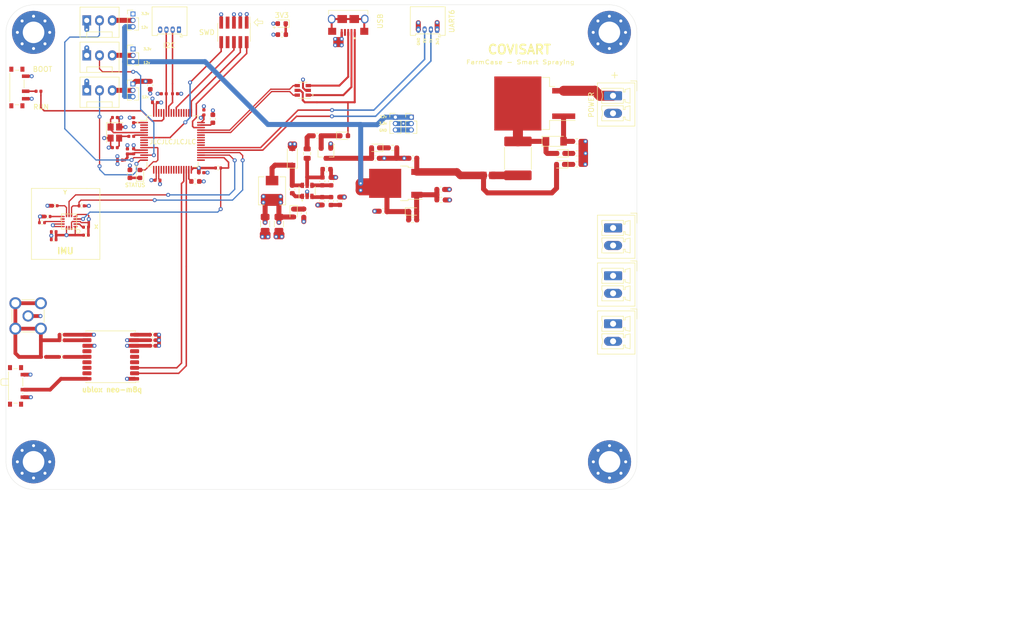
<source format=kicad_pcb>
(kicad_pcb (version 20171130) (host pcbnew "(5.1.8)-1")
  (layers (0 F.Cu signal) (1 In1.Cu power hide) (2 In2.Cu power hide) (31 B.Cu signal) (34 B.Paste user) (35 F.Paste user) (36 B.SilkS user) (37 F.SilkS user) (38 B.Mask user) (39 F.Mask user) (44 Edge.Cuts user))
  (net 0 "")
  (net 1 BUCK_IN)
  (net 2 GND)
  (net 3 +3V3)
  (net 4 BUCK_SW)
  (net 5 BUCK_BST)
  (net 6 +3.3VA)
  (net 7 "Net-(C13-Pad1)")
  (net 8 "Net-(C14-Pad1)")
  (net 9 HSE_IN)
  (net 10 "Net-(C16-Pad1)")
  (net 11 +5V)
  (net 12 "Net-(D1-Pad1)")
  (net 13 "Net-(D3-Pad1)")
  (net 14 "Net-(D4-Pad1)")
  (net 15 LED_STATUS)
  (net 16 "Net-(F1-Pad1)")
  (net 17 +12V)
  (net 18 SWDIO)
  (net 19 SWCLK)
  (net 20 SWO)
  (net 21 "Net-(J2-Pad7)")
  (net 22 "Net-(J2-Pad8)")
  (net 23 NRST)
  (net 24 I2C1_SDA)
  (net 25 I2C1_SCL)
  (net 26 USART3_TX)
  (net 27 USART3_RX)
  (net 28 USB_CONN_D-)
  (net 29 USB_CONN_D+)
  (net 30 "Net-(J5-Pad4)")
  (net 31 "Net-(J5-Pad6)")
  (net 32 BUCK_EN)
  (net 33 BUCK_FB)
  (net 34 "Net-(R4-Pad2)")
  (net 35 BOOT0)
  (net 36 "Net-(R7-Pad1)")
  (net 37 HSE_OUT)
  (net 38 "Net-(U2-Pad2)")
  (net 39 "Net-(U2-Pad3)")
  (net 40 "Net-(U2-Pad4)")
  (net 41 "Net-(U2-Pad8)")
  (net 42 "Net-(U2-Pad9)")
  (net 43 "Net-(U2-Pad10)")
  (net 44 "Net-(U2-Pad17)")
  (net 45 "Net-(U2-Pad24)")
  (net 46 "Net-(U2-Pad25)")
  (net 47 "Net-(U2-Pad28)")
  (net 48 "Net-(U2-Pad33)")
  (net 49 "Net-(U2-Pad39)")
  (net 50 "Net-(U2-Pad40)")
  (net 51 "Net-(U2-Pad41)")
  (net 52 "Net-(U2-Pad42)")
  (net 53 "Net-(U2-Pad43)")
  (net 54 USB_D-)
  (net 55 USB_D+)
  (net 56 "Net-(U2-Pad50)")
  (net 57 "Net-(U2-Pad51)")
  (net 58 "Net-(U2-Pad52)")
  (net 59 "Net-(U2-Pad53)")
  (net 60 "Net-(U2-Pad54)")
  (net 61 "Net-(U2-Pad56)")
  (net 62 "Net-(U2-Pad57)")
  (net 63 "Net-(U2-Pad61)")
  (net 64 "Net-(U2-Pad62)")
  (net 65 "Net-(GPS1-Pad18)")
  (net 66 "Net-(GPS1-Pad17)")
  (net 67 "Net-(GPS1-Pad16)")
  (net 68 "Net-(GPS1-Pad15)")
  (net 69 "Net-(GPS1-Pad14)")
  (net 70 "Net-(GPS1-Pad5)")
  (net 71 "Net-(C19-Pad2)")
  (net 72 "Net-(C19-Pad1)")
  (net 73 GPS_LNA_EN_NAVC)
  (net 74 "Net-(L3-Pad1)")
  (net 75 GPS_NRST_NAVC)
  (net 76 GPS_BAT_BACKUP)
  (net 77 GPS_PPS_NAVC)
  (net 78 VS)
  (net 79 OUT1)
  (net 80 OUT2)
  (net 81 OUT3)
  (net 82 IN3)
  (net 83 IN1)
  (net 84 IN2)
  (net 85 "Net-(J10-Pad3)")
  (net 86 "Net-(J11-Pad3)")
  (net 87 "Net-(2920L700SLPR1-Pad2)")
  (net 88 USART6_RX)
  (net 89 USART6_TX)
  (net 90 SENSOR1)
  (net 91 SENSOR3)
  (net 92 SENSOR2)
  (net 93 "Net-(J16-Pad2)")
  (net 94 "Net-(C33-Pad1)")
  (net 95 Regulated12V)
  (net 96 "Net-(U2-Pad23)")
  (net 97 "Net-(U4-PadP$15)")
  (net 98 "Net-(C22-Pad1)")
  (net 99 "Net-(C23-Pad1)")
  (net 100 MOSI)
  (net 101 INT2)
  (net 102 INT1)
  (net 103 SCLK)
  (net 104 MISO)
  (net 105 SA1)
  (net 106 PWM1)
  (net 107 PWM2)
  (net 108 "Net-(2920L700SLPR1-Pad1)")
  (net 109 "Net-(D6-Pad1)")
  (net 110 "Net-(D7-Pad1)")
  (net 111 "Net-(D10-Pad1)")
  (net 112 "Net-(D8-Pad1)")
  (net 113 "Net-(D11-Pad2)")
  (module Diode_SMD:D_MiniMELF (layer F.Cu) (at 126.24308 62.74816)
    (fp_text reference D11)
    (fp_text value ZMMxx)
    (pad 2 smd rect (at 1.75 0) (size 1.3 1.7) (layers F.Cu F.Paste F.Mask) (net 113 "Net-(D11-Pad2)"))
    (pad 1 smd rect (at -1.75 0) (size 1.3 1.7) (layers F.Cu F.Paste F.Mask) (net 108 "Net-(2920L700SLPR1-Pad1)"))
  )
  (module Resistor_SMD:R_0603_1608Metric (layer F.Cu) (at 76.17968 77.06868 90)
    (fp_text reference R24)
    (fp_text value 1k5)
    (pad 2 smd roundrect (at 0.825 0 90) (size 0.8 0.95) (layers F.Cu F.Paste F.Mask) (net 112 "Net-(D8-Pad1)"))
    (pad 1 smd roundrect (at -0.825 0 90) (size 0.8 0.95) (layers F.Cu F.Paste F.Mask) (net 2 GND))
  )
  (module LED_SMD:LED_0603_1608Metric (layer F.Cu) (at 74.15784 77.05852 270)
    (fp_text reference D8)
    (fp_text value RED)
    (pad 2 smd roundrect (at 0.7875 0 270) (size 0.875 0.95) (layers F.Cu F.Paste F.Mask) (net 3 +3V3))
    (pad 1 smd roundrect (at -0.7875 0 270) (size 0.875 0.95) (layers F.Cu F.Paste F.Mask) (net 112 "Net-(D8-Pad1)"))
  )
  (module Resistor_SMD:R_0603_1608Metric (layer F.Cu) (at 93.89872 64.04356 180)
    (fp_text reference R23)
    (fp_text value 1k5)
    (pad 2 smd roundrect (at 0.825 0 180) (size 0.8 0.95) (layers F.Cu F.Paste F.Mask) (net 109 "Net-(D6-Pad1)"))
    (pad 1 smd roundrect (at -0.825 0 180) (size 0.8 0.95) (layers F.Cu F.Paste F.Mask) (net 2 GND))
  )
  (module LED_SMD:LED_0603_1608Metric (layer F.Cu) (at 90.49004 64.04356 180)
    (fp_text reference D6)
    (fp_text value BLUE)
    (pad 2 smd roundrect (at 0.7875 0 180) (size 0.875 0.95) (layers F.Cu F.Paste F.Mask) (net 95 Regulated12V))
    (pad 1 smd roundrect (at -0.7875 0 180) (size 0.875 0.95) (layers F.Cu F.Paste F.Mask) (net 109 "Net-(D6-Pad1)"))
  )
  (module Resistor_SMD:R_0603_1608Metric (layer F.Cu) (at 130.64744 65.15608 180)
    (fp_text reference R22)
    (fp_text value 1k5)
    (pad 2 smd roundrect (at 0.825 0 180) (size 0.8 0.95) (layers F.Cu F.Paste F.Mask) (net 111 "Net-(D10-Pad1)"))
    (pad 1 smd roundrect (at -0.825 0 180) (size 0.8 0.95) (layers F.Cu F.Paste F.Mask) (net 2 GND))
  )
  (module LED_SMD:LED_0603_1608Metric (layer F.Cu) (at 127.44704 65.16116 180)
    (fp_text reference D10)
    (fp_text value GREEN)
    (pad 2 smd roundrect (at 0.7875 0 180) (size 0.875 0.95) (layers F.Cu F.Paste F.Mask) (net 108 "Net-(2920L700SLPR1-Pad1)"))
    (pad 1 smd roundrect (at -0.7875 0 180) (size 0.875 0.95) (layers F.Cu F.Paste F.Mask) (net 111 "Net-(D10-Pad1)"))
  )
  (module Resistor_SMD:R_0603_1608Metric (layer F.Cu) (at 130.65252 67.35064 180)
    (fp_text reference R21)
    (fp_text value 1k5)
    (pad 2 smd roundrect (at 0.825 0 180) (size 0.8 0.95) (layers F.Cu F.Paste F.Mask) (net 110 "Net-(D7-Pad1)"))
    (pad 1 smd roundrect (at -0.825 0 180) (size 0.8 0.95) (layers F.Cu F.Paste F.Mask) (net 2 GND))
  )
  (module LED_SMD:LED_0603_1608Metric (layer F.Cu) (at 127.381 67.35064 180)
    (fp_text reference D7)
    (fp_text value RED)
    (pad 2 smd roundrect (at 0.7875 0 180) (size 0.875 0.95) (layers F.Cu F.Paste F.Mask) (net 78 VS))
    (pad 1 smd roundrect (at -0.7875 0 180) (size 0.875 0.95) (layers F.Cu F.Paste F.Mask) (net 110 "Net-(D7-Pad1)"))
  )
  (module Resistor_SMD:R_0603_1608Metric (layer F.Cu) (at 130.64744 62.75324)
    (fp_text reference R20)
    (fp_text value 100r)
    (pad 2 smd roundrect (at 0.825 0) (size 0.8 0.95) (layers F.Cu F.Paste F.Mask) (net 2 GND))
    (pad 1 smd roundrect (at -0.825 0) (size 0.8 0.95) (layers F.Cu F.Paste F.Mask) (net 113 "Net-(D11-Pad2)"))
  )
  (module Capacitor_SMD:C_0603_1608Metric (layer F.Cu) (at 80.7212 68.326)
    (fp_text reference C1)
    (fp_text value 10u)
    (pad 2 smd roundrect (at 0.775 0) (size 0.9 0.95) (layers F.Cu F.Paste F.Mask) (net 2 GND))
    (pad 1 smd roundrect (at -0.775 0) (size 0.9 0.95) (layers F.Cu F.Paste F.Mask) (net 1 BUCK_IN))
  )
  (module Fuse:Fuse_0603_1608Metric (layer F.Cu) (at 78.86192 61.64072)
    (fp_text reference F1)
    (fp_text value 250mA)
    (pad 2 smd roundrect (at 0.7875 0) (size 0.875 0.95) (layers F.Cu F.Paste F.Mask) (net 12 "Net-(D1-Pad1)"))
    (pad 1 smd roundrect (at -0.7875 0) (size 0.875 0.95) (layers F.Cu F.Paste F.Mask) (net 16 "Net-(F1-Pad1)"))
  )
  (module Diode_SMD:D_0603_1608Metric (layer F.Cu) (at 84.201 61.63564)
    (fp_text reference D1)
    (fp_text value B5819W)
    (pad 2 smd roundrect (at 0.7875 0) (size 0.875 0.95) (layers F.Cu F.Paste F.Mask) (net 11 +5V))
    (pad 1 smd roundrect (at -0.7875 0) (size 0.875 0.95) (layers F.Cu F.Paste F.Mask) (net 12 "Net-(D1-Pad1)"))
  )
  (module Capacitor_SMD:C_0603_1608Metric (layer F.Cu) (at 90.46972 66.13144)
    (fp_text reference C26)
    (fp_text value 10u)
    (pad 2 smd roundrect (at 0.775 0) (size 0.9 0.95) (layers F.Cu F.Paste F.Mask) (net 2 GND))
    (pad 1 smd roundrect (at -0.775 0) (size 0.9 0.95) (layers F.Cu F.Paste F.Mask) (net 95 Regulated12V))
  )
  (module Capacitor_SMD:C_0603_1608Metric (layer F.Cu) (at 97.93732 66.12128 180)
    (fp_text reference C32)
    (fp_text value 0.1u)
    (pad 2 smd roundrect (at 0.775 0 180) (size 0.9 0.95) (layers F.Cu F.Paste F.Mask) (net 2 GND))
    (pad 1 smd roundrect (at -0.775 0 180) (size 0.9 0.95) (layers F.Cu F.Paste F.Mask) (net 78 VS))
  )
  (module Capacitor_SMD:C_0603_1608Metric (layer F.Cu) (at 92.00896 76.69276 180)
    (fp_text reference C34)
    (fp_text value 1u)
    (pad 2 smd roundrect (at 0.775 0 180) (size 0.9 0.95) (layers F.Cu F.Paste F.Mask) (net 2 GND))
    (pad 1 smd roundrect (at -0.775 0 180) (size 0.9 0.95) (layers F.Cu F.Paste F.Mask) (net 95 Regulated12V))
  )
  (module Diode_SMD:D_0603_1608Metric (layer F.Cu) (at 97.90176 76.75372)
    (fp_text reference D9)
    (fp_text value 1N4002)
    (pad 2 smd roundrect (at 0.7875 0) (size 0.875 0.95) (layers F.Cu F.Paste F.Mask) (net 94 "Net-(C33-Pad1)"))
    (pad 1 smd roundrect (at -0.7875 0) (size 0.875 0.95) (layers F.Cu F.Paste F.Mask) (net 95 Regulated12V))
  )
  (module Capacitor_SMD:C_0603_1608Metric (layer F.Cu) (at 103.48976 72.36206)
    (fp_text reference C33)
    (fp_text value 10u)
    (pad 2 smd roundrect (at 0.775 0) (size 0.9 0.95) (layers F.Cu F.Paste F.Mask) (net 2 GND))
    (pad 1 smd roundrect (at -0.775 0) (size 0.9 0.95) (layers F.Cu F.Paste F.Mask) (net 94 "Net-(C33-Pad1)"))
  )
  (module Capacitor_SMD:C_0402_1005Metric (layer F.Cu) (at 46.05528 103.5558)
    (fp_text reference C18)
    (fp_text value 1u)
    (pad 2 smd roundrect (at 0.48 0) (size 0.56 0.62) (layers F.Cu F.Paste F.Mask) (net 2 GND))
    (pad 1 smd roundrect (at -0.48 0) (size 0.56 0.62) (layers F.Cu F.Paste F.Mask) (net 3 +3V3))
  )
  (module Capacitor_SMD:C_0402_1005Metric (layer F.Cu) (at 46.05528 102.44836)
    (fp_text reference C17)
    (fp_text value 1u)
    (pad 2 smd roundrect (at 0.48 0) (size 0.56 0.62) (layers F.Cu F.Paste F.Mask) (net 2 GND))
    (pad 1 smd roundrect (at -0.48 0) (size 0.56 0.62) (layers F.Cu F.Paste F.Mask) (net 3 +3V3))
  )
  (module Resistor_SMD:R_0402_1005Metric (layer F.Cu) (at 46.03496 101.35108)
    (fp_text reference R12)
    (fp_text value 10k)
    (pad 2 smd roundrect (at 0.51 0) (size 0.54 0.64) (layers F.Cu F.Paste F.Mask) (net 2 GND))
    (pad 1 smd roundrect (at -0.51 0) (size 0.54 0.64) (layers F.Cu F.Paste F.Mask) (net 75 GPS_NRST_NAVC))
  )
  (module Resistor_SMD:R_0402_1005Metric (layer F.Cu) (at 27.9019 105.7783)
    (fp_text reference R13)
    (fp_text value 10k)
    (pad 2 smd roundrect (at 0.51 0) (size 0.54 0.64) (layers F.Cu F.Paste F.Mask) (net 69 "Net-(GPS1-Pad14)"))
    (pad 1 smd roundrect (at -0.51 0) (size 0.54 0.64) (layers F.Cu F.Paste F.Mask) (net 74 "Net-(L3-Pad1)"))
  )
  (module Connector_PinHeader_1.27mm:PinHeader_1x03_P1.27mm_Vertical (layer F.Cu) (at 97.61728 57.93232)
    (fp_text reference J7)
    (fp_text value Conn_01x03)
    (pad 3 thru_hole oval (at 0 2.54) (size 1 1) (drill 0.65) (layers *.Cu *.Mask) (net 2 GND))
    (pad 2 thru_hole oval (at 0 1.27) (size 1 1) (drill 0.65) (layers *.Cu *.Mask) (net 3 +3V3))
    (pad 1 thru_hole rect (at 0 0) (size 1 1) (drill 0.65) (layers *.Cu *.Mask) (net 95 Regulated12V))
  )
  (module Connector_PinHeader_1.27mm:PinHeader_1x03_P1.27mm_Vertical (layer F.Cu) (at 94.44736 57.92724)
    (fp_text reference J6)
    (fp_text value Conn_01x03)
    (pad 3 thru_hole oval (at 0 2.54) (size 1 1) (drill 0.65) (layers *.Cu *.Mask) (net 2 GND))
    (pad 2 thru_hole oval (at 0 1.27) (size 1 1) (drill 0.65) (layers *.Cu *.Mask) (net 3 +3V3))
    (pad 1 thru_hole rect (at 0 0) (size 1 1) (drill 0.65) (layers *.Cu *.Mask) (net 95 Regulated12V))
  )
  (module Capacitor_SMD:C_0402_1005Metric (layer F.Cu) (at 26.30424 80.77708 180)
    (fp_text reference C25)
    (fp_text value 4u7)
    (pad 2 smd roundrect (at 0.48 0 180) (size 0.56 0.62) (layers F.Cu F.Paste F.Mask) (net 2 GND))
    (pad 1 smd roundrect (at -0.48 0 180) (size 0.56 0.62) (layers F.Cu F.Paste F.Mask) (net 3 +3V3))
  )
  (module FXOS8700CQ:FSOS8700CQ_PKG (layer F.Cu) (at 29.35732 78.75524 180)
    (fp_text reference U4 (at 0 0) (layer F.SilkS) (effects (font (size 0.787402 0.787402) (thickness 0.015))))
    (fp_text value FXOS8700CQ)
    (pad P$16 smd rect (at -0.5 -1.28 180) (size 0.3 0.8) (layers F.Cu F.Paste F.Mask) (net 2 GND))
    (pad P$15 smd rect (at 0 -1.28 180) (size 0.3 0.8) (layers F.Cu F.Paste F.Mask) (net 97 "Net-(U4-PadP$15)"))
    (pad P$14 smd rect (at 0.5 -1.28 180) (size 0.3 0.8) (layers F.Cu F.Paste F.Mask) (net 3 +3V3))
    (pad P$13 smd rect (at 1.28 -1 180) (size 0.8 0.3) (layers F.Cu F.Paste F.Mask) (net 2 GND))
    (pad P$12 smd rect (at 1.28 -0.5 180) (size 0.8 0.3) (layers F.Cu F.Paste F.Mask) (net 2 GND))
    (pad P$11 smd rect (at 1.28 0 180) (size 0.8 0.3) (layers F.Cu F.Paste F.Mask) (net 102 INT1))
    (pad P$10 smd rect (at 1.28 0.5 180) (size 0.8 0.3) (layers F.Cu F.Paste F.Mask) (net 105 SA1))
    (pad P$9 smd rect (at 1.28 1 180) (size 0.8 0.3) (layers F.Cu F.Paste F.Mask) (net 101 INT2))
    (pad P$8 smd rect (at 0.5 1.28 180) (size 0.3 0.8) (layers F.Cu F.Paste F.Mask) (net 99 "Net-(C23-Pad1)"))
    (pad P$7 smd rect (at 0 1.28 180) (size 0.3 0.8) (layers F.Cu F.Paste F.Mask) (net 104 MISO))
    (pad P$6 smd rect (at -0.5 1.28 180) (size 0.3 0.8) (layers F.Cu F.Paste F.Mask) (net 100 MOSI))
    (pad P$5 smd rect (at -1.28 1 180) (size 0.8 0.3) (layers F.Cu F.Paste F.Mask) (net 2 GND))
    (pad P$4 smd rect (at -1.28 0.5 180) (size 0.8 0.3) (layers F.Cu F.Paste F.Mask) (net 103 SCLK))
    (pad P$3 smd rect (at -1.28 0 180) (size 0.8 0.3) (layers F.Cu F.Paste F.Mask) (net 2 GND))
    (pad P$2 smd rect (at -1.28 -0.5 180) (size 0.8 0.3) (layers F.Cu F.Paste F.Mask) (net 98 "Net-(C22-Pad1)"))
    (pad P$1 smd rect (at -1.28 -1 180) (size 0.8 0.3) (layers F.Cu F.Paste F.Mask) (net 3 +3V3))
  )
  (module Resistor_SMD:R_0402_1005Metric (layer F.Cu) (at 23.95728 78.97876 180)
    (fp_text reference R19)
    (fp_text value 2k2)
    (pad 2 smd roundrect (at 0.51 0 180) (size 0.54 0.64) (layers F.Cu F.Paste F.Mask) (net 3 +3V3))
    (pad 1 smd roundrect (at -0.51 0 180) (size 0.54 0.64) (layers F.Cu F.Paste F.Mask) (net 102 INT1))
  )
  (module Resistor_SMD:R_0402_1005Metric (layer F.Cu) (at 25.0698 77.75448 180)
    (fp_text reference R18)
    (fp_text value 2k2)
    (pad 2 smd roundrect (at 0.51 0 180) (size 0.54 0.64) (layers F.Cu F.Paste F.Mask) (net 3 +3V3))
    (pad 1 smd roundrect (at -0.51 0 180) (size 0.54 0.64) (layers F.Cu F.Paste F.Mask) (net 101 INT2))
  )
  (module Resistor_SMD:R_0402_1005Metric (layer F.Cu) (at 31.85922 75.63104 180)
    (fp_text reference R15)
    (fp_text value 2k2)
    (pad 2 smd roundrect (at 0.51 0 180) (size 0.54 0.64) (layers F.Cu F.Paste F.Mask) (net 100 MOSI))
    (pad 1 smd roundrect (at -0.51 0 180) (size 0.54 0.64) (layers F.Cu F.Paste F.Mask) (net 3 +3V3))
  )
  (module Resistor_SMD:R_0402_1005Metric (layer F.Cu) (at 59.1058 68.06692 180)
    (fp_text reference R14)
    (fp_text value 2k2)
    (pad 2 smd roundrect (at 0.51 0 180) (size 0.54 0.64) (layers F.Cu F.Paste F.Mask) (net 3 +3V3))
    (pad 1 smd roundrect (at -0.51 0 180) (size 0.54 0.64) (layers F.Cu F.Paste F.Mask) (net 103 SCLK))
  )
  (module Capacitor_SMD:C_0402_1005Metric (layer F.Cu) (at 26.29916 82.38744 180)
    (fp_text reference C24)
    (fp_text value 100n)
    (pad 2 smd roundrect (at 0.48 0 180) (size 0.56 0.62) (layers F.Cu F.Paste F.Mask) (net 2 GND))
    (pad 1 smd roundrect (at -0.48 0 180) (size 0.56 0.62) (layers F.Cu F.Paste F.Mask) (net 3 +3V3))
  )
  (module Capacitor_SMD:C_0402_1005Metric (layer F.Cu) (at 26.51252 75.60564 180)
    (fp_text reference C23)
    (fp_text value 100n)
    (pad 2 smd roundrect (at 0.48 0 180) (size 0.56 0.62) (layers F.Cu F.Paste F.Mask) (net 2 GND))
    (pad 1 smd roundrect (at -0.48 0 180) (size 0.56 0.62) (layers F.Cu F.Paste F.Mask) (net 99 "Net-(C23-Pad1)"))
  )
  (module Capacitor_SMD:C_0402_1005Metric (layer F.Cu) (at 32.73552 79.88808)
    (fp_text reference C22)
    (fp_text value 100n)
    (pad 2 smd roundrect (at 0.48 0) (size 0.56 0.62) (layers F.Cu F.Paste F.Mask) (net 2 GND))
    (pad 1 smd roundrect (at -0.48 0) (size 0.56 0.62) (layers F.Cu F.Paste F.Mask) (net 98 "Net-(C22-Pad1)"))
  )
  (module Capacitor_SMD:C_0402_1005Metric (layer F.Cu) (at 32.73552 81.47304)
    (fp_text reference C21)
    (fp_text value 100n)
    (pad 2 smd roundrect (at 0.48 0) (size 0.56 0.62) (layers F.Cu F.Paste F.Mask) (net 2 GND))
    (pad 1 smd roundrect (at -0.48 0) (size 0.56 0.62) (layers F.Cu F.Paste F.Mask) (net 3 +3V3))
  )
  (module MPZ2012S300AT000:BEADC2012X105N (layer F.Cu) (at 112.89284 69.5452 180)
    (fp_text reference FB2)
    (fp_text value HCB3216KF-300T80)
    (pad 2 smd rect (at 0.86 0 180) (size 1.2 1.47) (layers F.Cu F.Paste F.Mask) (net 78 VS))
    (pad 1 smd rect (at -0.86 0 180) (size 1.2 1.47) (layers F.Cu F.Paste F.Mask) (net 87 "Net-(2920L700SLPR1-Pad2)"))
  )
  (module Package_TO_SOT_SMD:TO-252-2 (layer F.Cu) (at 94.5134 71.1327 180)
    (fp_text reference U6)
    (fp_text value LM317AG-TN3-R)
    (pad 2 smd rect (at 2.1 0 180) (size 6.4 5.8) (layers F.Cu F.Mask) (net 95 Regulated12V))
    (pad 3 smd rect (at -4.2 2.28 180) (size 2.2 1.2) (layers F.Cu F.Paste F.Mask) (net 78 VS))
    (pad 1 smd rect (at -4.2 -2.28 180) (size 2.2 1.2) (layers F.Cu F.Paste F.Mask) (net 94 "Net-(C33-Pad1)"))
  )
  (module Resistor_SMD:R_0603_1608Metric (layer F.Cu) (at 97.89668 78.44536 180)
    (fp_text reference R17)
    (fp_text value 240)
    (pad 2 smd roundrect (at 0.825 0 180) (size 0.8 0.95) (layers F.Cu F.Paste F.Mask) (net 95 Regulated12V))
    (pad 1 smd roundrect (at -0.825 0 180) (size 0.8 0.95) (layers F.Cu F.Paste F.Mask) (net 94 "Net-(C33-Pad1)"))
  )
  (module Resistor_SMD:R_0603_1608Metric (layer F.Cu) (at 103.54564 74.45248 180)
    (fp_text reference R16)
    (fp_text value 5k)
    (pad 2 smd roundrect (at 0.825 0 180) (size 0.8 0.95) (layers F.Cu F.Paste F.Mask) (net 94 "Net-(C33-Pad1)"))
    (pad 1 smd roundrect (at -0.825 0 180) (size 0.8 0.95) (layers F.Cu F.Paste F.Mask) (net 2 GND))
  )
  (module Connector_PinHeader_1.27mm:PinHeader_1x03_P1.27mm_Vertical (layer F.Cu) (at 42.1132 37.3253)
    (fp_text reference J18)
    (fp_text value Conn_01x03)
    (pad 3 thru_hole oval (at 0 2.54) (size 1 1) (drill 0.65) (layers *.Cu *.Mask) (net 95 Regulated12V))
    (pad 2 thru_hole oval (at 0 1.27) (size 1 1) (drill 0.65) (layers *.Cu *.Mask) (net 85 "Net-(J10-Pad3)"))
    (pad 1 thru_hole rect (at 0 0) (size 1 1) (drill 0.65) (layers *.Cu *.Mask) (net 3 +3V3))
  )
  (module Connector_PinHeader_1.27mm:PinHeader_1x03_P1.27mm_Vertical (layer F.Cu) (at 42.1005 51.2953)
    (fp_text reference J17)
    (fp_text value Conn_01x03)
    (pad 3 thru_hole oval (at 0 2.54) (size 1 1) (drill 0.65) (layers *.Cu *.Mask) (net 95 Regulated12V))
    (pad 2 thru_hole oval (at 0 1.27) (size 1 1) (drill 0.65) (layers *.Cu *.Mask) (net 86 "Net-(J11-Pad3)"))
    (pad 1 thru_hole rect (at 0 0) (size 1 1) (drill 0.65) (layers *.Cu *.Mask) (net 3 +3V3))
  )
  (module Connector_PinHeader_1.27mm:PinHeader_1x03_P1.27mm_Vertical (layer F.Cu) (at 42.1259 44.3103)
    (fp_text reference J16)
    (fp_text value Conn_01x03)
    (pad 3 thru_hole oval (at 0 2.54) (size 1 1) (drill 0.65) (layers *.Cu *.Mask) (net 95 Regulated12V))
    (pad 2 thru_hole oval (at 0 1.27) (size 1 1) (drill 0.65) (layers *.Cu *.Mask) (net 93 "Net-(J16-Pad2)"))
    (pad 1 thru_hole rect (at 0 0) (size 1 1) (drill 0.65) (layers *.Cu *.Mask) (net 3 +3V3))
  )
  (module Connector_Molex:Molex_PicoBlade_53048-0410_1x04_P1.25mm_Horizontal (layer F.Cu) (at 102.7811 40.4368 180)
    (fp_text reference J15)
    (fp_text value Conn_01x04)
    (pad 4 thru_hole oval (at 3.75 0 180) (size 0.8 1.3) (drill 0.5) (layers *.Cu *.Mask) (net 2 GND))
    (pad 3 thru_hole oval (at 2.5 0 180) (size 0.8 1.3) (drill 0.5) (layers *.Cu *.Mask) (net 88 USART6_RX))
    (pad 2 thru_hole oval (at 1.25 0 180) (size 0.8 1.3) (drill 0.5) (layers *.Cu *.Mask) (net 89 USART6_TX))
    (pad 1 thru_hole roundrect (at 0 0 180) (size 0.8 1.3) (drill 0.5) (layers *.Cu *.Mask) (net 3 +3V3))
  )
  (module Package_QFP:LQFP-64_10x10mm_P0.5mm (layer F.Cu) (at 50 62.75)
    (fp_text reference U2)
    (fp_text value STM32F405RGT6)
    (pad 1 smd roundrect (at -5.675 -3.75) (size 1.55 0.3) (layers F.Cu F.Paste F.Mask) (net 3 +3V3))
    (pad 2 smd roundrect (at -5.675 -3.25) (size 1.55 0.3) (layers F.Cu F.Paste F.Mask) (net 38 "Net-(U2-Pad2)"))
    (pad 3 smd roundrect (at -5.675 -2.75) (size 1.55 0.3) (layers F.Cu F.Paste F.Mask) (net 39 "Net-(U2-Pad3)"))
    (pad 4 smd roundrect (at -5.675 -2.25) (size 1.55 0.3) (layers F.Cu F.Paste F.Mask) (net 40 "Net-(U2-Pad4)"))
    (pad 5 smd roundrect (at -5.675 -1.75) (size 1.55 0.3) (layers F.Cu F.Paste F.Mask) (net 9 HSE_IN))
    (pad 6 smd roundrect (at -5.675 -1.25) (size 1.55 0.3) (layers F.Cu F.Paste F.Mask) (net 37 HSE_OUT))
    (pad 7 smd roundrect (at -5.675 -0.75) (size 1.55 0.3) (layers F.Cu F.Paste F.Mask) (net 23 NRST))
    (pad 8 smd roundrect (at -5.675 -0.25) (size 1.55 0.3) (layers F.Cu F.Paste F.Mask) (net 41 "Net-(U2-Pad8)"))
    (pad 9 smd roundrect (at -5.675 0.25) (size 1.55 0.3) (layers F.Cu F.Paste F.Mask) (net 42 "Net-(U2-Pad9)"))
    (pad 10 smd roundrect (at -5.675 0.75) (size 1.55 0.3) (layers F.Cu F.Paste F.Mask) (net 43 "Net-(U2-Pad10)"))
    (pad 11 smd roundrect (at -5.675 1.25) (size 1.55 0.3) (layers F.Cu F.Paste F.Mask) (net 15 LED_STATUS))
    (pad 12 smd roundrect (at -5.675 1.75) (size 1.55 0.3) (layers F.Cu F.Paste F.Mask) (net 2 GND))
    (pad 13 smd roundrect (at -5.675 2.25) (size 1.55 0.3) (layers F.Cu F.Paste F.Mask) (net 6 +3.3VA))
    (pad 14 smd roundrect (at -5.675 2.75) (size 1.55 0.3) (layers F.Cu F.Paste F.Mask) (net 90 SENSOR1))
    (pad 15 smd roundrect (at -5.675 3.25) (size 1.55 0.3) (layers F.Cu F.Paste F.Mask) (net 91 SENSOR3))
    (pad 16 smd roundrect (at -5.675 3.75) (size 1.55 0.3) (layers F.Cu F.Paste F.Mask) (net 92 SENSOR2))
    (pad 17 smd roundrect (at -3.75 5.675) (size 0.3 1.55) (layers F.Cu F.Paste F.Mask) (net 44 "Net-(U2-Pad17)"))
    (pad 18 smd roundrect (at -3.25 5.675) (size 0.3 1.55) (layers F.Cu F.Paste F.Mask) (net 2 GND))
    (pad 19 smd roundrect (at -2.75 5.675) (size 0.3 1.55) (layers F.Cu F.Paste F.Mask) (net 3 +3V3))
    (pad 20 smd roundrect (at -2.25 5.675) (size 0.3 1.55) (layers F.Cu F.Paste F.Mask) (net 83 IN1))
    (pad 21 smd roundrect (at -1.75 5.675) (size 0.3 1.55) (layers F.Cu F.Paste F.Mask) (net 84 IN2))
    (pad 22 smd roundrect (at -1.25 5.675) (size 0.3 1.55) (layers F.Cu F.Paste F.Mask) (net 82 IN3))
    (pad 23 smd roundrect (at -0.75 5.675) (size 0.3 1.55) (layers F.Cu F.Paste F.Mask) (net 96 "Net-(U2-Pad23)"))
    (pad 24 smd roundrect (at -0.25 5.675) (size 0.3 1.55) (layers F.Cu F.Paste F.Mask) (net 45 "Net-(U2-Pad24)"))
    (pad 25 smd roundrect (at 0.25 5.675) (size 0.3 1.55) (layers F.Cu F.Paste F.Mask) (net 46 "Net-(U2-Pad25)"))
    (pad 26 smd roundrect (at 0.75 5.675) (size 0.3 1.55) (layers F.Cu F.Paste F.Mask) (net 106 PWM1))
    (pad 27 smd roundrect (at 1.25 5.675) (size 0.3 1.55) (layers F.Cu F.Paste F.Mask) (net 107 PWM2))
    (pad 28 smd roundrect (at 1.75 5.675) (size 0.3 1.55) (layers F.Cu F.Paste F.Mask) (net 47 "Net-(U2-Pad28)"))
    (pad 29 smd roundrect (at 2.25 5.675) (size 0.3 1.55) (layers F.Cu F.Paste F.Mask) (net 26 USART3_TX))
    (pad 30 smd roundrect (at 2.75 5.675) (size 0.3 1.55) (layers F.Cu F.Paste F.Mask) (net 27 USART3_RX))
    (pad 31 smd roundrect (at 3.25 5.675) (size 0.3 1.55) (layers F.Cu F.Paste F.Mask) (net 7 "Net-(C13-Pad1)"))
    (pad 32 smd roundrect (at 3.75 5.675) (size 0.3 1.55) (layers F.Cu F.Paste F.Mask) (net 3 +3V3))
    (pad 33 smd roundrect (at 5.675 3.75) (size 1.55 0.3) (layers F.Cu F.Paste F.Mask) (net 48 "Net-(U2-Pad33)"))
    (pad 34 smd roundrect (at 5.675 3.25) (size 1.55 0.3) (layers F.Cu F.Paste F.Mask) (net 103 SCLK))
    (pad 35 smd roundrect (at 5.675 2.75) (size 1.55 0.3) (layers F.Cu F.Paste F.Mask) (net 104 MISO))
    (pad 36 smd roundrect (at 5.675 2.25) (size 1.55 0.3) (layers F.Cu F.Paste F.Mask) (net 100 MOSI))
    (pad 37 smd roundrect (at 5.675 1.75) (size 1.55 0.3) (layers F.Cu F.Paste F.Mask) (net 89 USART6_TX))
    (pad 38 smd roundrect (at 5.675 1.25) (size 1.55 0.3) (layers F.Cu F.Paste F.Mask) (net 88 USART6_RX))
    (pad 39 smd roundrect (at 5.675 0.75) (size 1.55 0.3) (layers F.Cu F.Paste F.Mask) (net 49 "Net-(U2-Pad39)"))
    (pad 40 smd roundrect (at 5.675 0.25) (size 1.55 0.3) (layers F.Cu F.Paste F.Mask) (net 50 "Net-(U2-Pad40)"))
    (pad 41 smd roundrect (at 5.675 -0.25) (size 1.55 0.3) (layers F.Cu F.Paste F.Mask) (net 51 "Net-(U2-Pad41)"))
    (pad 42 smd roundrect (at 5.675 -0.75) (size 1.55 0.3) (layers F.Cu F.Paste F.Mask) (net 52 "Net-(U2-Pad42)"))
    (pad 43 smd roundrect (at 5.675 -1.25) (size 1.55 0.3) (layers F.Cu F.Paste F.Mask) (net 53 "Net-(U2-Pad43)"))
    (pad 44 smd roundrect (at 5.675 -1.75) (size 1.55 0.3) (layers F.Cu F.Paste F.Mask) (net 54 USB_D-))
    (pad 45 smd roundrect (at 5.675 -2.25) (size 1.55 0.3) (layers F.Cu F.Paste F.Mask) (net 55 USB_D+))
    (pad 46 smd roundrect (at 5.675 -2.75) (size 1.55 0.3) (layers F.Cu F.Paste F.Mask) (net 18 SWDIO))
    (pad 47 smd roundrect (at 5.675 -3.25) (size 1.55 0.3) (layers F.Cu F.Paste F.Mask) (net 8 "Net-(C14-Pad1)"))
    (pad 48 smd roundrect (at 5.675 -3.75) (size 1.55 0.3) (layers F.Cu F.Paste F.Mask) (net 3 +3V3))
    (pad 49 smd roundrect (at 3.75 -5.675) (size 0.3 1.55) (layers F.Cu F.Paste F.Mask) (net 19 SWCLK))
    (pad 50 smd roundrect (at 3.25 -5.675) (size 0.3 1.55) (layers F.Cu F.Paste F.Mask) (net 56 "Net-(U2-Pad50)"))
    (pad 51 smd roundrect (at 2.75 -5.675) (size 0.3 1.55) (layers F.Cu F.Paste F.Mask) (net 57 "Net-(U2-Pad51)"))
    (pad 52 smd roundrect (at 2.25 -5.675) (size 0.3 1.55) (layers F.Cu F.Paste F.Mask) (net 58 "Net-(U2-Pad52)"))
    (pad 53 smd roundrect (at 1.75 -5.675) (size 0.3 1.55) (layers F.Cu F.Paste F.Mask) (net 59 "Net-(U2-Pad53)"))
    (pad 54 smd roundrect (at 1.25 -5.675) (size 0.3 1.55) (layers F.Cu F.Paste F.Mask) (net 60 "Net-(U2-Pad54)"))
    (pad 55 smd roundrect (at 0.75 -5.675) (size 0.3 1.55) (layers F.Cu F.Paste F.Mask) (net 20 SWO))
    (pad 56 smd roundrect (at 0.25 -5.675) (size 0.3 1.55) (layers F.Cu F.Paste F.Mask) (net 61 "Net-(U2-Pad56)"))
    (pad 57 smd roundrect (at -0.25 -5.675) (size 0.3 1.55) (layers F.Cu F.Paste F.Mask) (net 62 "Net-(U2-Pad57)"))
    (pad 58 smd roundrect (at -0.75 -5.675) (size 0.3 1.55) (layers F.Cu F.Paste F.Mask) (net 25 I2C1_SCL))
    (pad 59 smd roundrect (at -1.25 -5.675) (size 0.3 1.55) (layers F.Cu F.Paste F.Mask) (net 24 I2C1_SDA))
    (pad 60 smd roundrect (at -1.75 -5.675) (size 0.3 1.55) (layers F.Cu F.Paste F.Mask) (net 35 BOOT0))
    (pad 61 smd roundrect (at -2.25 -5.675) (size 0.3 1.55) (layers F.Cu F.Paste F.Mask) (net 63 "Net-(U2-Pad61)"))
    (pad 62 smd roundrect (at -2.75 -5.675) (size 0.3 1.55) (layers F.Cu F.Paste F.Mask) (net 64 "Net-(U2-Pad62)"))
    (pad 63 smd roundrect (at -3.25 -5.675) (size 0.3 1.55) (layers F.Cu F.Paste F.Mask) (net 2 GND))
    (pad 64 smd roundrect (at -3.75 -5.675) (size 0.3 1.55) (layers F.Cu F.Paste F.Mask) (net 3 +3V3))
  )
  (module Fuse:Fuse_2920_7451Metric (layer F.Cu) (at 118.89232 66.15176 270)
    (fp_text reference 2920L700SLPR1)
    (fp_text value 5A)
    (pad 2 smd roundrect (at 3.3875 0 270) (size 1.925 5.45) (layers F.Cu F.Paste F.Mask) (roundrect_rratio 0.1298696103896104) (net 87 "Net-(2920L700SLPR1-Pad2)"))
    (pad 1 smd roundrect (at -3.3875 0 270) (size 1.925 5.45) (layers F.Cu F.Paste F.Mask) (roundrect_rratio 0.1298696103896104) (net 108 "Net-(2920L700SLPR1-Pad1)"))
  )
  (module Connector:FanPinHeader_1x03_P2.54mm_Vertical (layer F.Cu) (at 32.893 52.578)
    (fp_text reference J11)
    (fp_text value Conn_01x03)
    (pad 3 thru_hole oval (at 5.08 0 90) (size 2.03 1.73) (drill 1.02) (layers *.Cu *.Mask) (net 86 "Net-(J11-Pad3)"))
    (pad 2 thru_hole oval (at 2.54 0 90) (size 2.03 1.73) (drill 1.02) (layers *.Cu *.Mask) (net 92 SENSOR2))
    (pad 1 thru_hole rect (at 0 0 90) (size 2.03 1.73) (drill 1.02) (layers *.Cu *.Mask) (net 2 GND))
  )
  (module Connector:FanPinHeader_1x03_P2.54mm_Vertical (layer F.Cu) (at 32.893 38.608)
    (fp_text reference J10)
    (fp_text value Conn_01x03)
    (pad 3 thru_hole oval (at 5.08 0 90) (size 2.03 1.73) (drill 1.02) (layers *.Cu *.Mask) (net 85 "Net-(J10-Pad3)"))
    (pad 2 thru_hole oval (at 2.54 0 90) (size 2.03 1.73) (drill 1.02) (layers *.Cu *.Mask) (net 91 SENSOR3))
    (pad 1 thru_hole rect (at 0 0 90) (size 2.03 1.73) (drill 1.02) (layers *.Cu *.Mask) (net 2 GND))
  )
  (module Connector:FanPinHeader_1x03_P2.54mm_Vertical (layer F.Cu) (at 32.893 45.593)
    (fp_text reference J9)
    (fp_text value Conn_01x03)
    (pad 3 thru_hole oval (at 5.08 0 90) (size 2.03 1.73) (drill 1.02) (layers *.Cu *.Mask) (net 93 "Net-(J16-Pad2)"))
    (pad 2 thru_hole oval (at 2.54 0 90) (size 2.03 1.73) (drill 1.02) (layers *.Cu *.Mask) (net 90 SENSOR1))
    (pad 1 thru_hole rect (at 0 0 90) (size 2.03 1.73) (drill 1.02) (layers *.Cu *.Mask) (net 2 GND))
  )
  (module Package_TO_SOT_SMD:TO-263-2 (layer F.Cu) (at 122.24608 55.1942 180)
    (fp_text reference Q2)
    (fp_text value IRF4905)
    (pad 2 smd rect (at 3.375 0 180) (size 9.4 10.8) (layers F.Cu F.Mask) (net 108 "Net-(2920L700SLPR1-Pad1)"))
    (pad 3 smd rect (at -5.775 2.54 180) (size 4.6 1.1) (layers F.Cu F.Paste F.Mask) (net 17 +12V))
    (pad 1 smd rect (at -5.775 -2.54 180) (size 4.6 1.1) (layers F.Cu F.Paste F.Mask) (net 113 "Net-(D11-Pad2)"))
  )
  (module Connector_Phoenix_MC:PhoenixContact_MCV_1,5_2-G-3.5_1x02_P3.50mm_Vertical (layer F.Cu) (at 137.8712 99.1616 270)
    (fp_text reference J8)
    (fp_text value Screw_Terminal_01x02)
    (pad 2 thru_hole oval (at 3.5 0 270) (size 1.8 3.6) (drill 1.2) (layers *.Cu *.Mask) (net 2 GND))
    (pad 1 thru_hole roundrect (at 0 0 270) (size 1.8 3.6) (drill 1.2) (layers *.Cu *.Mask) (roundrect_rratio 0.1388888888888889) (net 81 OUT3))
  )
  (module Connector_Phoenix_MC:PhoenixContact_MCV_1,5_2-G-3.5_1x02_P3.50mm_Vertical (layer F.Cu) (at 137.8712 80.0354 270)
    (fp_text reference J7)
    (fp_text value Screw_Terminal_01x02)
    (pad 2 thru_hole oval (at 3.5 0 270) (size 1.8 3.6) (drill 1.2) (layers *.Cu *.Mask) (net 2 GND))
    (pad 1 thru_hole roundrect (at 0 0 270) (size 1.8 3.6) (drill 1.2) (layers *.Cu *.Mask) (roundrect_rratio 0.1388888888888889) (net 80 OUT2))
  )
  (module Connector_Phoenix_MC:PhoenixContact_MCV_1,5_2-G-3.5_1x02_P3.50mm_Vertical (layer F.Cu) (at 137.8712 89.5858 270)
    (fp_text reference J6)
    (fp_text value Screw_Terminal_01x02)
    (pad 2 thru_hole oval (at 3.5 0 270) (size 1.8 3.6) (drill 1.2) (layers *.Cu *.Mask) (net 2 GND))
    (pad 1 thru_hole roundrect (at 0 0 270) (size 1.8 3.6) (drill 1.2) (layers *.Cu *.Mask) (roundrect_rratio 0.1388888888888889) (net 79 OUT1))
  )
  (module Connector_Phoenix_MC:PhoenixContact_MCV_1,5_2-G-3.5_1x02_P3.50mm_Vertical (layer F.Cu) (at 137.85596 53.65 270)
    (fp_text reference J1)
    (fp_text value Screw_Terminal_01x02)
    (pad 2 thru_hole oval (at 3.5 0 270) (size 1.8 3.6) (drill 1.2) (layers *.Cu *.Mask) (net 2 GND))
    (pad 1 thru_hole roundrect (at 0 0 270) (size 1.8 3.6) (drill 1.2) (layers *.Cu *.Mask) (roundrect_rratio 0.1388888888888889) (net 17 +12V))
  )
  (module Inductor_SMD:L_0402_1005Metric (layer F.Cu) (at 24.27224 105.78592 180)
    (fp_text reference L3)
    (fp_text value 27n)
    (pad 2 smd roundrect (at 0.485 0 180) (size 0.59 0.64) (layers F.Cu F.Paste F.Mask) (net 72 "Net-(C19-Pad1)"))
    (pad 1 smd roundrect (at -0.485 0 180) (size 0.59 0.64) (layers F.Cu F.Paste F.Mask) (net 74 "Net-(L3-Pad1)"))
  )
  (module 5-1814832-1:TE_5-1814832-1 (layer F.Cu) (at 21.1963 97.5995 180)
    (fp_text reference J4)
    (fp_text value 5-1814832-1)
    (pad 4 thru_hole circle (at -2.54 2.54 180) (size 2.4 2.4) (drill 1.6) (layers *.Cu *.Mask) (net 72 "Net-(C19-Pad1)"))
    (pad 5 thru_hole circle (at 2.54 2.54 180) (size 2.4 2.4) (drill 1.6) (layers *.Cu *.Mask) (net 72 "Net-(C19-Pad1)"))
    (pad 3 thru_hole circle (at 2.54 -2.54 180) (size 2.4 2.4) (drill 1.6) (layers *.Cu *.Mask) (net 72 "Net-(C19-Pad1)"))
    (pad 2 thru_hole circle (at -2.54 -2.54 180) (size 2.4 2.4) (drill 1.6) (layers *.Cu *.Mask) (net 72 "Net-(C19-Pad1)"))
    (pad 1 thru_hole circle (at 0 0 180) (size 2.25 2.25) (drill 1.5) (layers *.Cu *.Mask) (net 2 GND))
  )
  (module Capacitor_SMD:C_0402_1005Metric (layer F.Cu) (at 27.95524 101.35616)
    (fp_text reference C20)
    (fp_text value 1n)
    (pad 2 smd roundrect (at 0.48 0) (size 0.56 0.62) (layers F.Cu F.Paste F.Mask) (net 2 GND))
    (pad 1 smd roundrect (at -0.48 0) (size 0.56 0.62) (layers F.Cu F.Paste F.Mask) (net 72 "Net-(C19-Pad1)"))
  )
  (module Capacitor_SMD:C_0402_1005Metric (layer F.Cu) (at 27.9527 102.4509)
    (fp_text reference C19)
    (fp_text value 22p)
    (pad 2 smd roundrect (at 0.48 0) (size 0.56 0.62) (layers F.Cu F.Paste F.Mask) (net 71 "Net-(C19-Pad2)"))
    (pad 1 smd roundrect (at -0.48 0) (size 0.56 0.62) (layers F.Cu F.Paste F.Mask) (net 72 "Net-(C19-Pad1)"))
  )
  (module Button_Switch_SMD:SW_SPDT_PCM12 (layer F.Cu) (at 19.0131 111.5649 270)
    (fp_text reference SW2)
    (fp_text value SW_SPDT)
    (pad "" smd rect (at -3.65 -0.78 270) (size 1 0.8) (layers F.Cu F.Paste F.Mask))
    (pad "" smd rect (at 3.65 -0.78 270) (size 1 0.8) (layers F.Cu F.Paste F.Mask))
    (pad "" smd rect (at 3.65 1.43 270) (size 1 0.8) (layers F.Cu F.Paste F.Mask))
    (pad "" smd rect (at -3.65 1.43 270) (size 1 0.8) (layers F.Cu F.Paste F.Mask))
    (pad 3 smd rect (at 2.25 -1.43 270) (size 0.7 1.5) (layers F.Cu F.Paste F.Mask) (net 2 GND))
    (pad 2 smd rect (at 0.75 -1.43 270) (size 0.7 1.5) (layers F.Cu F.Paste F.Mask) (net 65 "Net-(GPS1-Pad18)"))
    (pad 1 smd rect (at -2.25 -1.43 270) (size 0.7 1.5) (layers F.Cu F.Paste F.Mask) (net 3 +3V3))
    (pad "" np_thru_hole circle (at 1.5 0.33 270) (size 0.9 0.9) (drill 0.9) (layers *.Cu *.Mask))
    (pad "" np_thru_hole circle (at -1.5 0.33 270) (size 0.9 0.9) (drill 0.9) (layers *.Cu *.Mask))
  )
  (module RF_GPS:ublox_MAX (layer F.Cu) (at 37.6809 105.7529 180)
    (fp_text reference GPS1)
    (fp_text value "MODULE-GPS-SMD-MAX-7Q-0(18P-9.6X10MM)")
    (pad 18 smd roundrect (at 4.75 -4.4 180) (size 1.8 0.7) (layers F.Cu F.Paste F.Mask) (net 65 "Net-(GPS1-Pad18)"))
    (pad 17 smd roundrect (at 4.75 -3.3 180) (size 1.8 0.8) (layers F.Cu F.Paste F.Mask) (net 66 "Net-(GPS1-Pad17)"))
    (pad 16 smd roundrect (at 4.75 -2.2 180) (size 1.8 0.8) (layers F.Cu F.Paste F.Mask) (net 67 "Net-(GPS1-Pad16)"))
    (pad 15 smd roundrect (at 4.75 -1.1 180) (size 1.8 0.8) (layers F.Cu F.Paste F.Mask) (net 68 "Net-(GPS1-Pad15)"))
    (pad 14 smd roundrect (at 4.75 0 180) (size 1.8 0.8) (layers F.Cu F.Paste F.Mask) (net 69 "Net-(GPS1-Pad14)"))
    (pad 13 smd roundrect (at 4.75 1.1 180) (size 1.8 0.8) (layers F.Cu F.Paste F.Mask) (net 73 GPS_LNA_EN_NAVC))
    (pad 12 smd roundrect (at 4.75 2.2 180) (size 1.8 0.8) (layers F.Cu F.Paste F.Mask) (net 2 GND))
    (pad 11 smd roundrect (at 4.75 3.3 180) (size 1.8 0.8) (layers F.Cu F.Paste F.Mask) (net 71 "Net-(C19-Pad2)"))
    (pad 10 smd roundrect (at 4.75 4.4 180) (size 1.8 0.7) (layers F.Cu F.Paste F.Mask) (net 2 GND))
    (pad 9 smd roundrect (at -4.75 4.4 180) (size 1.8 0.7) (layers F.Cu F.Paste F.Mask) (net 75 GPS_NRST_NAVC))
    (pad 8 smd roundrect (at -4.75 3.3 180) (size 1.8 0.8) (layers F.Cu F.Paste F.Mask) (net 3 +3V3))
    (pad 7 smd roundrect (at -4.75 2.2 180) (size 1.8 0.8) (layers F.Cu F.Paste F.Mask) (net 3 +3V3))
    (pad 6 smd roundrect (at -4.75 1.1 180) (size 1.8 0.8) (layers F.Cu F.Paste F.Mask) (net 76 GPS_BAT_BACKUP))
    (pad 5 smd roundrect (at -4.75 0 180) (size 1.8 0.8) (layers F.Cu F.Paste F.Mask) (net 70 "Net-(GPS1-Pad5)"))
    (pad 4 smd roundrect (at -4.75 -1.1 180) (size 1.8 0.8) (layers F.Cu F.Paste F.Mask) (net 77 GPS_PPS_NAVC))
    (pad 3 smd roundrect (at -4.75 -2.2 180) (size 1.8 0.8) (layers F.Cu F.Paste F.Mask) (net 26 USART3_TX))
    (pad 2 smd roundrect (at -4.75 -3.3 180) (size 1.8 0.8) (layers F.Cu F.Paste F.Mask) (net 27 USART3_RX))
    (pad 1 smd roundrect (at -4.75 -4.4 180) (size 1.8 0.7) (layers F.Cu F.Paste F.Mask) (net 2 GND))
  )
  (module Button_Switch_SMD:SW_SPDT_PCM12 (layer F.Cu) (at 19.28 52 270)
    (fp_text reference SW1)
    (fp_text value SW_SPDT)
    (pad "" np_thru_hole circle (at -1.5 0.33 270) (size 0.9 0.9) (drill 0.9) (layers *.Cu *.Mask))
    (pad "" np_thru_hole circle (at 1.5 0.33 270) (size 0.9 0.9) (drill 0.9) (layers *.Cu *.Mask))
    (pad 1 smd rect (at -2.25 -1.43 270) (size 0.7 1.5) (layers F.Cu F.Paste F.Mask) (net 3 +3V3))
    (pad 2 smd rect (at 0.75 -1.43 270) (size 0.7 1.5) (layers F.Cu F.Paste F.Mask) (net 36 "Net-(R7-Pad1)"))
    (pad 3 smd rect (at 2.25 -1.43 270) (size 0.7 1.5) (layers F.Cu F.Paste F.Mask) (net 2 GND))
    (pad "" smd rect (at -3.65 1.43 270) (size 1 0.8) (layers F.Cu F.Paste F.Mask))
    (pad "" smd rect (at 3.65 1.43 270) (size 1 0.8) (layers F.Cu F.Paste F.Mask))
    (pad "" smd rect (at 3.65 -0.78 270) (size 1 0.8) (layers F.Cu F.Paste F.Mask))
    (pad "" smd rect (at -3.65 -0.78 270) (size 1 0.8) (layers F.Cu F.Paste F.Mask))
  )
  (module Connector_PinHeader_1.27mm:PinHeader_2x05_P1.27mm_Vertical_SMD (layer F.Cu) (at 62.25 41 270)
    (fp_text reference J2)
    (fp_text value SWD)
    (pad 10 smd rect (at 1.95 2.54 270) (size 2.4 0.74) (layers F.Cu F.Paste F.Mask) (net 23 NRST))
    (pad 9 smd rect (at -1.95 2.54 270) (size 2.4 0.74) (layers F.Cu F.Paste F.Mask) (net 2 GND))
    (pad 8 smd rect (at 1.95 1.27 270) (size 2.4 0.74) (layers F.Cu F.Paste F.Mask) (net 22 "Net-(J2-Pad8)"))
    (pad 7 smd rect (at -1.95 1.27 270) (size 2.4 0.74) (layers F.Cu F.Paste F.Mask) (net 21 "Net-(J2-Pad7)"))
    (pad 6 smd rect (at 1.95 0 270) (size 2.4 0.74) (layers F.Cu F.Paste F.Mask) (net 20 SWO))
    (pad 5 smd rect (at -1.95 0 270) (size 2.4 0.74) (layers F.Cu F.Paste F.Mask) (net 2 GND))
    (pad 4 smd rect (at 1.95 -1.27 270) (size 2.4 0.74) (layers F.Cu F.Paste F.Mask) (net 19 SWCLK))
    (pad 3 smd rect (at -1.95 -1.27 270) (size 2.4 0.74) (layers F.Cu F.Paste F.Mask) (net 2 GND))
    (pad 2 smd rect (at 1.95 -2.54 270) (size 2.4 0.74) (layers F.Cu F.Paste F.Mask) (net 18 SWDIO))
    (pad 1 smd rect (at -1.95 -2.54 270) (size 2.4 0.74) (layers F.Cu F.Paste F.Mask) (net 3 +3V3))
  )
  (module Capacitor_SMD:C_1206_3216Metric (layer F.Cu) (at 71.21808 79.24592 270)
    (fp_text reference C2)
    (fp_text value 10u)
    (pad 1 smd roundrect (at -1.4 0 270) (size 1.25 1.75) (layers F.Cu F.Paste F.Mask) (roundrect_rratio 0.2) (net 3 +3V3))
    (pad 2 smd roundrect (at 1.4 0 270) (size 1.25 1.75) (layers F.Cu F.Paste F.Mask) (roundrect_rratio 0.2) (net 2 GND))
  )
  (module Capacitor_SMD:C_1206_3216Metric (layer F.Cu) (at 68.46808 79.24592 270)
    (fp_text reference C3)
    (fp_text value 10u)
    (pad 2 smd roundrect (at 1.4 0 270) (size 1.25 1.75) (layers F.Cu F.Paste F.Mask) (roundrect_rratio 0.2) (net 2 GND))
    (pad 1 smd roundrect (at -1.4 0 270) (size 1.25 1.75) (layers F.Cu F.Paste F.Mask) (roundrect_rratio 0.2) (net 3 +3V3))
  )
  (module Capacitor_SMD:C_0603_1608Metric (layer F.Cu) (at 73.88352 72.32396 270)
    (fp_text reference C4)
    (fp_text value 10n)
    (pad 1 smd roundrect (at -0.7875 0 270) (size 0.875 0.95) (layers F.Cu F.Paste F.Mask) (net 4 BUCK_SW))
    (pad 2 smd roundrect (at 0.7875 0 270) (size 0.875 0.95) (layers F.Cu F.Paste F.Mask) (net 5 BUCK_BST))
  )
  (module Capacitor_SMD:C_0603_1608Metric (layer F.Cu) (at 45.5512 51.5549 270)
    (fp_text reference C5)
    (fp_text value 4u7)
    (pad 2 smd roundrect (at 0.7875 0 270) (size 0.875 0.95) (layers F.Cu F.Paste F.Mask) (net 2 GND))
    (pad 1 smd roundrect (at -0.7875 0 270) (size 0.875 0.95) (layers F.Cu F.Paste F.Mask) (net 3 +3V3))
  )
  (module Capacitor_SMD:C_0402_1005Metric (layer F.Cu) (at 42.25 58.515 90)
    (fp_text reference C6)
    (fp_text value 100n)
    (pad 2 smd roundrect (at 0.485 0 90) (size 0.59 0.64) (layers F.Cu F.Paste F.Mask) (net 2 GND))
    (pad 1 smd roundrect (at -0.485 0 90) (size 0.59 0.64) (layers F.Cu F.Paste F.Mask) (net 3 +3V3))
  )
  (module Capacitor_SMD:C_0402_1005Metric (layer F.Cu) (at 47.015 70.5 180)
    (fp_text reference C7)
    (fp_text value 100n)
    (pad 1 smd roundrect (at -0.485 0 180) (size 0.59 0.64) (layers F.Cu F.Paste F.Mask) (net 3 +3V3))
    (pad 2 smd roundrect (at 0.485 0 180) (size 0.59 0.64) (layers F.Cu F.Paste F.Mask) (net 2 GND))
  )
  (module Capacitor_SMD:C_0402_1005Metric (layer F.Cu) (at 55.735 69)
    (fp_text reference C8)
    (fp_text value 100n)
    (pad 2 smd roundrect (at 0.485 0) (size 0.59 0.64) (layers F.Cu F.Paste F.Mask) (net 2 GND))
    (pad 1 smd roundrect (at -0.485 0) (size 0.59 0.64) (layers F.Cu F.Paste F.Mask) (net 3 +3V3))
  )
  (module Capacitor_SMD:C_0402_1005Metric (layer F.Cu) (at 56.25 56.985 90)
    (fp_text reference C9)
    (fp_text value 100n)
    (pad 1 smd roundrect (at -0.485 0 90) (size 0.59 0.64) (layers F.Cu F.Paste F.Mask) (net 3 +3V3))
    (pad 2 smd roundrect (at 0.485 0 90) (size 0.59 0.64) (layers F.Cu F.Paste F.Mask) (net 2 GND))
  )
  (module Capacitor_SMD:C_0402_1005Metric (layer F.Cu) (at 46.485 55)
    (fp_text reference C10)
    (fp_text value 100n)
    (pad 2 smd roundrect (at 0.485 0) (size 0.59 0.64) (layers F.Cu F.Paste F.Mask) (net 2 GND))
    (pad 1 smd roundrect (at -0.485 0) (size 0.59 0.64) (layers F.Cu F.Paste F.Mask) (net 3 +3V3))
  )
  (module Capacitor_SMD:C_0402_1005Metric (layer F.Cu) (at 41 64.765 90)
    (fp_text reference C11)
    (fp_text value 1u)
    (pad 1 smd roundrect (at -0.485 0 90) (size 0.59 0.64) (layers F.Cu F.Paste F.Mask) (net 6 +3.3VA))
    (pad 2 smd roundrect (at 0.485 0 90) (size 0.59 0.64) (layers F.Cu F.Paste F.Mask) (net 2 GND))
  )
  (module Capacitor_SMD:C_0402_1005Metric (layer F.Cu) (at 42.25 64.75 90)
    (fp_text reference C12)
    (fp_text value 10n)
    (pad 1 smd roundrect (at -0.485 0 90) (size 0.59 0.64) (layers F.Cu F.Paste F.Mask) (net 6 +3.3VA))
    (pad 2 smd roundrect (at 0.485 0 90) (size 0.59 0.64) (layers F.Cu F.Paste F.Mask) (net 2 GND))
  )
  (module Capacitor_SMD:C_0603_1608Metric (layer F.Cu) (at 54.5375 70.75)
    (fp_text reference C13)
    (fp_text value 2u2)
    (pad 1 smd roundrect (at -0.7875 0) (size 0.875 0.95) (layers F.Cu F.Paste F.Mask) (net 7 "Net-(C13-Pad1)"))
    (pad 2 smd roundrect (at 0.7875 0) (size 0.875 0.95) (layers F.Cu F.Paste F.Mask) (net 2 GND))
  )
  (module Capacitor_SMD:C_0603_1608Metric (layer F.Cu) (at 58.0375 58.25 90)
    (fp_text reference C14)
    (fp_text value 2u2)
    (pad 2 smd roundrect (at 0.7875 0 90) (size 0.875 0.95) (layers F.Cu F.Paste F.Mask) (net 2 GND))
    (pad 1 smd roundrect (at -0.7875 0 90) (size 0.875 0.95) (layers F.Cu F.Paste F.Mask) (net 8 "Net-(C14-Pad1)"))
  )
  (module Capacitor_SMD:C_0402_1005Metric (layer F.Cu) (at 38.5 58)
    (fp_text reference C15)
    (fp_text value 12p)
    (pad 2 smd roundrect (at 0.485 0) (size 0.59 0.64) (layers F.Cu F.Paste F.Mask) (net 2 GND))
    (pad 1 smd roundrect (at -0.485 0) (size 0.59 0.64) (layers F.Cu F.Paste F.Mask) (net 9 HSE_IN))
  )
  (module Capacitor_SMD:C_0402_1005Metric (layer F.Cu) (at 38.5 64 180)
    (fp_text reference C16)
    (fp_text value 12p)
    (pad 1 smd roundrect (at -0.485 0 180) (size 0.59 0.64) (layers F.Cu F.Paste F.Mask) (net 10 "Net-(C16-Pad1)"))
    (pad 2 smd roundrect (at 0.485 0 180) (size 0.59 0.64) (layers F.Cu F.Paste F.Mask) (net 2 GND))
  )
  (module Diode_SMD:D_SOD-123 (layer F.Cu) (at 73.88956 65.85304 90)
    (fp_text reference D2)
    (fp_text value B5819W)
    (pad 1 smd rect (at -1.65 0 90) (size 0.9 1.2) (layers F.Cu F.Paste F.Mask) (net 4 BUCK_SW))
    (pad 2 smd rect (at 1.65 0 90) (size 0.9 1.2) (layers F.Cu F.Paste F.Mask) (net 2 GND))
  )
  (module LED_SMD:LED_0603_1608Metric (layer F.Cu) (at 71.7875 39.25 180)
    (fp_text reference D3)
    (fp_text value RED)
    (pad 2 smd roundrect (at 0.7875 0 180) (size 0.875 0.95) (layers F.Cu F.Paste F.Mask) (net 3 +3V3))
    (pad 1 smd roundrect (at -0.7875 0 180) (size 0.875 0.95) (layers F.Cu F.Paste F.Mask) (net 13 "Net-(D3-Pad1)"))
  )
  (module LED_SMD:LED_0603_1608Metric (layer F.Cu) (at 43.5 69.25 90)
    (fp_text reference D4)
    (fp_text value BLUE)
    (pad 1 smd roundrect (at -0.7875 0 90) (size 0.875 0.95) (layers F.Cu F.Paste F.Mask) (net 14 "Net-(D4-Pad1)"))
    (pad 2 smd roundrect (at 0.7875 0 90) (size 0.875 0.95) (layers F.Cu F.Paste F.Mask) (net 15 LED_STATUS))
  )
  (module Inductor_SMD:L_0805_2012Metric (layer F.Cu) (at 76.85 65.1935 90)
    (fp_text reference FB1)
    (fp_text value "600 @ 600MHz")
    (pad 1 smd roundrect (at -0.9375 0 90) (size 0.975 1.4) (layers F.Cu F.Paste F.Mask) (net 1 BUCK_IN))
    (pad 2 smd roundrect (at 0.9375 0 90) (size 0.975 1.4) (layers F.Cu F.Paste F.Mask) (net 16 "Net-(F1-Pad1)"))
  )
  (module MountingHole:MountingHole_4.3mm_M4_Pad_Via (layer F.Cu) (at 137.13 41)
    (fp_text reference H1)
    (fp_text value MountingHole_Pad)
    (pad 1 thru_hole circle (at 0 0) (size 8.6 8.6) (drill 4.3) (layers *.Cu *.Mask) (net 2 GND))
    (pad 1 thru_hole circle (at 3.225 0) (size 0.9 0.9) (drill 0.6) (layers *.Cu *.Mask) (net 2 GND))
    (pad 1 thru_hole circle (at 2.280419 2.280419) (size 0.9 0.9) (drill 0.6) (layers *.Cu *.Mask) (net 2 GND))
    (pad 1 thru_hole circle (at 0 3.225) (size 0.9 0.9) (drill 0.6) (layers *.Cu *.Mask) (net 2 GND))
    (pad 1 thru_hole circle (at -2.280419 2.280419) (size 0.9 0.9) (drill 0.6) (layers *.Cu *.Mask) (net 2 GND))
    (pad 1 thru_hole circle (at -3.225 0) (size 0.9 0.9) (drill 0.6) (layers *.Cu *.Mask) (net 2 GND))
    (pad 1 thru_hole circle (at -2.280419 -2.280419) (size 0.9 0.9) (drill 0.6) (layers *.Cu *.Mask) (net 2 GND))
    (pad 1 thru_hole circle (at 0 -3.225) (size 0.9 0.9) (drill 0.6) (layers *.Cu *.Mask) (net 2 GND))
    (pad 1 thru_hole circle (at 2.280419 -2.280419) (size 0.9 0.9) (drill 0.6) (layers *.Cu *.Mask) (net 2 GND))
  )
  (module MountingHole:MountingHole_4.3mm_M4_Pad_Via (layer F.Cu) (at 137.16 126.72)
    (fp_text reference H2)
    (fp_text value MountingHole_Pad)
    (pad 1 thru_hole circle (at 2.280419 -2.280419) (size 0.9 0.9) (drill 0.6) (layers *.Cu *.Mask) (net 2 GND))
    (pad 1 thru_hole circle (at 0 -3.225) (size 0.9 0.9) (drill 0.6) (layers *.Cu *.Mask) (net 2 GND))
    (pad 1 thru_hole circle (at -2.280419 -2.280419) (size 0.9 0.9) (drill 0.6) (layers *.Cu *.Mask) (net 2 GND))
    (pad 1 thru_hole circle (at -3.225 0) (size 0.9 0.9) (drill 0.6) (layers *.Cu *.Mask) (net 2 GND))
    (pad 1 thru_hole circle (at -2.280419 2.280419) (size 0.9 0.9) (drill 0.6) (layers *.Cu *.Mask) (net 2 GND))
    (pad 1 thru_hole circle (at 0 3.225) (size 0.9 0.9) (drill 0.6) (layers *.Cu *.Mask) (net 2 GND))
    (pad 1 thru_hole circle (at 2.280419 2.280419) (size 0.9 0.9) (drill 0.6) (layers *.Cu *.Mask) (net 2 GND))
    (pad 1 thru_hole circle (at 3.225 0) (size 0.9 0.9) (drill 0.6) (layers *.Cu *.Mask) (net 2 GND))
    (pad 1 thru_hole circle (at 0 0) (size 8.6 8.6) (drill 4.3) (layers *.Cu *.Mask) (net 2 GND))
  )
  (module MountingHole:MountingHole_4.3mm_M4_Pad_Via (layer F.Cu) (at 22.28 126.72)
    (fp_text reference H3)
    (fp_text value MountingHole_Pad)
    (pad 1 thru_hole circle (at 0 0) (size 8.6 8.6) (drill 4.3) (layers *.Cu *.Mask) (net 2 GND))
    (pad 1 thru_hole circle (at 3.225 0) (size 0.9 0.9) (drill 0.6) (layers *.Cu *.Mask) (net 2 GND))
    (pad 1 thru_hole circle (at 2.280419 2.280419) (size 0.9 0.9) (drill 0.6) (layers *.Cu *.Mask) (net 2 GND))
    (pad 1 thru_hole circle (at 0 3.225) (size 0.9 0.9) (drill 0.6) (layers *.Cu *.Mask) (net 2 GND))
    (pad 1 thru_hole circle (at -2.280419 2.280419) (size 0.9 0.9) (drill 0.6) (layers *.Cu *.Mask) (net 2 GND))
    (pad 1 thru_hole circle (at -3.225 0) (size 0.9 0.9) (drill 0.6) (layers *.Cu *.Mask) (net 2 GND))
    (pad 1 thru_hole circle (at -2.280419 -2.280419) (size 0.9 0.9) (drill 0.6) (layers *.Cu *.Mask) (net 2 GND))
    (pad 1 thru_hole circle (at 0 -3.225) (size 0.9 0.9) (drill 0.6) (layers *.Cu *.Mask) (net 2 GND))
    (pad 1 thru_hole circle (at 2.280419 -2.280419) (size 0.9 0.9) (drill 0.6) (layers *.Cu *.Mask) (net 2 GND))
  )
  (module MountingHole:MountingHole_4.3mm_M4_Pad_Via (layer F.Cu) (at 22.28 41)
    (fp_text reference H4)
    (fp_text value MountingHole_Pad)
    (pad 1 thru_hole circle (at 2.280419 -2.280419) (size 0.9 0.9) (drill 0.6) (layers *.Cu *.Mask) (net 2 GND))
    (pad 1 thru_hole circle (at 0 -3.225) (size 0.9 0.9) (drill 0.6) (layers *.Cu *.Mask) (net 2 GND))
    (pad 1 thru_hole circle (at -2.280419 -2.280419) (size 0.9 0.9) (drill 0.6) (layers *.Cu *.Mask) (net 2 GND))
    (pad 1 thru_hole circle (at -3.225 0) (size 0.9 0.9) (drill 0.6) (layers *.Cu *.Mask) (net 2 GND))
    (pad 1 thru_hole circle (at -2.280419 2.280419) (size 0.9 0.9) (drill 0.6) (layers *.Cu *.Mask) (net 2 GND))
    (pad 1 thru_hole circle (at 0 3.225) (size 0.9 0.9) (drill 0.6) (layers *.Cu *.Mask) (net 2 GND))
    (pad 1 thru_hole circle (at 2.280419 2.280419) (size 0.9 0.9) (drill 0.6) (layers *.Cu *.Mask) (net 2 GND))
    (pad 1 thru_hole circle (at 3.225 0) (size 0.9 0.9) (drill 0.6) (layers *.Cu *.Mask) (net 2 GND))
    (pad 1 thru_hole circle (at 0 0) (size 8.6 8.6) (drill 4.3) (layers *.Cu *.Mask) (net 2 GND))
  )
  (module Connector_Molex:Molex_PicoBlade_53048-0410_1x04_P1.25mm_Horizontal (layer F.Cu) (at 51.2826 40.4622 180)
    (fp_text reference J3)
    (fp_text value Conn_01x04)
    (pad 4 thru_hole oval (at 3.75 0 180) (size 0.8 1.3) (drill 0.5) (layers *.Cu *.Mask) (net 2 GND))
    (pad 3 thru_hole oval (at 2.5 0 180) (size 0.8 1.3) (drill 0.5) (layers *.Cu *.Mask) (net 24 I2C1_SDA))
    (pad 2 thru_hole oval (at 1.25 0 180) (size 0.8 1.3) (drill 0.5) (layers *.Cu *.Mask) (net 25 I2C1_SCL))
    (pad 1 thru_hole roundrect (at 0 0 180) (size 0.8 1.3) (drill 0.5) (layers *.Cu *.Mask) (net 3 +3V3))
  )
  (module SchmillipKiCADLibrary:USB_MICRO_B_101181930001LF (layer F.Cu) (at 85.0414 38.4106 180)
    (fp_text reference J5)
    (fp_text value USB_B_Micro hide)
    (pad 1 smd rect (at -1.3 -2.6 180) (size 0.4 1.35) (layers F.Cu F.Paste F.Mask) (net 11 +5V))
    (pad 2 smd rect (at -0.65 -2.6 180) (size 0.4 1.35) (layers F.Cu F.Paste F.Mask) (net 28 USB_CONN_D-))
    (pad 3 smd rect (at 0 -2.6 180) (size 0.4 1.35) (layers F.Cu F.Paste F.Mask) (net 29 USB_CONN_D+))
    (pad 4 smd rect (at 0.65 -2.6 180) (size 0.4 1.35) (layers F.Cu F.Paste F.Mask) (net 30 "Net-(J5-Pad4)"))
    (pad 5 smd rect (at 1.3 -2.6 180) (size 0.4 1.35) (layers F.Cu F.Paste F.Mask) (net 2 GND))
    (pad 6 thru_hole oval (at -3.3 0.075 270) (size 1.75 1.5) (drill oval 1.25 1) (layers *.Cu *.Mask) (net 31 "Net-(J5-Pad6)"))
    (pad 6 thru_hole oval (at 3.3 0.075 270) (size 1.75 1.5) (drill oval 1.25 1.1) (layers *.Cu *.Mask) (net 31 "Net-(J5-Pad6)"))
    (pad 6 smd rect (at -3.2 -2.375 270) (size 1.4 1.6) (layers F.Cu F.Paste F.Mask) (net 31 "Net-(J5-Pad6)"))
    (pad 6 smd rect (at -1.2 0.075 270) (size 1.6 1.9) (layers F.Cu F.Paste F.Mask) (net 31 "Net-(J5-Pad6)"))
    (pad 6 smd rect (at 1.2 0.075 270) (size 1.6 1.9) (layers F.Cu F.Paste F.Mask) (net 31 "Net-(J5-Pad6)"))
    (pad 6 smd rect (at 3.2 -2.375 270) (size 1.4 1.6) (layers F.Cu F.Paste F.Mask) (net 31 "Net-(J5-Pad6)"))
  )
  (module Inductor_SMD:L_Sunlord_MWSA0518_5.4x5.2mm (layer F.Cu) (at 69.85 72.631 270)
    (fp_text reference L1)
    (fp_text value 10u)
    (pad 1 smd rect (at -2.05 0 270) (size 1.9 2.5) (layers F.Cu F.Paste F.Mask) (net 4 BUCK_SW))
    (pad 2 smd rect (at 2.05 0 270) (size 1.9 2.5) (layers F.Cu F.Paste F.Mask) (net 3 +3V3))
  )
  (module Inductor_SMD:L_0402_1005Metric (layer F.Cu) (at 39.5 66.5)
    (fp_text reference L2)
    (fp_text value 39n)
    (pad 1 smd roundrect (at -0.485 0) (size 0.59 0.64) (layers F.Cu F.Paste F.Mask) (net 3 +3V3))
    (pad 2 smd roundrect (at 0.485 0) (size 0.59 0.64) (layers F.Cu F.Paste F.Mask) (net 6 +3.3VA))
  )
  (module Package_TO_SOT_SMD:SOT-23 (layer F.Cu) (at 80.60108 65.131 270)
    (fp_text reference Q1)
    (fp_text value AO3401A)
    (pad 1 smd rect (at -1 -0.95 270) (size 0.9 0.8) (layers F.Cu F.Paste F.Mask) (net 2 GND))
    (pad 2 smd rect (at -1 0.95 270) (size 0.9 0.8) (layers F.Cu F.Paste F.Mask) (net 12 "Net-(D1-Pad1)"))
    (pad 3 smd rect (at 1 0 270) (size 0.9 0.8) (layers F.Cu F.Paste F.Mask) (net 95 Regulated12V))
  )
  (module Resistor_SMD:R_0603_1608Metric (layer F.Cu) (at 79.87032 70.73898 270)
    (fp_text reference R1)
    (fp_text value 100k)
    (pad 2 smd roundrect (at 0.7875 0 270) (size 0.875 0.95) (layers F.Cu F.Paste F.Mask) (net 32 BUCK_EN))
    (pad 1 smd roundrect (at -0.7875 0 270) (size 0.875 0.95) (layers F.Cu F.Paste F.Mask) (net 1 BUCK_IN))
  )
  (module Resistor_SMD:R_0603_1608Metric (layer F.Cu) (at 81.62032 70.73898 90)
    (fp_text reference R2)
    (fp_text value 68k)
    (pad 1 smd roundrect (at -0.7875 0 90) (size 0.875 0.95) (layers F.Cu F.Paste F.Mask) (net 32 BUCK_EN))
    (pad 2 smd roundrect (at 0.7875 0 90) (size 0.875 0.95) (layers F.Cu F.Paste F.Mask) (net 2 GND))
  )
  (module Resistor_SMD:R_0603_1608Metric (layer F.Cu) (at 79.85 74.6685 90)
    (fp_text reference R3)
    (fp_text value 47k)
    (pad 1 smd roundrect (at -0.7875 0 90) (size 0.875 0.95) (layers F.Cu F.Paste F.Mask) (net 3 +3V3))
    (pad 2 smd roundrect (at 0.7875 0 90) (size 0.875 0.95) (layers F.Cu F.Paste F.Mask) (net 33 BUCK_FB))
  )
  (module Resistor_SMD:R_0603_1608Metric (layer F.Cu) (at 81.6 74.6685 270)
    (fp_text reference R4)
    (fp_text value 15k)
    (pad 1 smd roundrect (at -0.7875 0 270) (size 0.875 0.95) (layers F.Cu F.Paste F.Mask) (net 33 BUCK_FB))
    (pad 2 smd roundrect (at 0.7875 0 270) (size 0.875 0.95) (layers F.Cu F.Paste F.Mask) (net 34 "Net-(R4-Pad2)"))
  )
  (module Resistor_SMD:R_0603_1608Metric (layer F.Cu) (at 83.35 74.656 90)
    (fp_text reference R5)
    (fp_text value 270)
    (pad 2 smd roundrect (at 0.7875 0 90) (size 0.875 0.95) (layers F.Cu F.Paste F.Mask) (net 2 GND))
    (pad 1 smd roundrect (at -0.7875 0 90) (size 0.875 0.95) (layers F.Cu F.Paste F.Mask) (net 34 "Net-(R4-Pad2)"))
  )
  (module Resistor_SMD:R_0603_1608Metric (layer F.Cu) (at 71.8125 41.45)
    (fp_text reference R6)
    (fp_text value 1k)
    (pad 2 smd roundrect (at 0.7875 0) (size 0.875 0.95) (layers F.Cu F.Paste F.Mask) (net 13 "Net-(D3-Pad1)"))
    (pad 1 smd roundrect (at -0.7875 0) (size 0.875 0.95) (layers F.Cu F.Paste F.Mask) (net 2 GND))
  )
  (module Resistor_SMD:R_0402_1005Metric (layer F.Cu) (at 23.265 52.75)
    (fp_text reference R7)
    (fp_text value 10k)
    (pad 2 smd roundrect (at 0.485 0) (size 0.59 0.64) (layers F.Cu F.Paste F.Mask) (net 35 BOOT0))
    (pad 1 smd roundrect (at -0.485 0) (size 0.59 0.64) (layers F.Cu F.Paste F.Mask) (net 36 "Net-(R7-Pad1)"))
  )
  (module Resistor_SMD:R_0402_1005Metric (layer F.Cu) (at 41.765 61.75 180)
    (fp_text reference R8)
    (fp_text value 47)
    (pad 1 smd roundrect (at -0.485 0 180) (size 0.59 0.64) (layers F.Cu F.Paste F.Mask) (net 37 HSE_OUT))
    (pad 2 smd roundrect (at 0.485 0 180) (size 0.59 0.64) (layers F.Cu F.Paste F.Mask) (net 10 "Net-(C16-Pad1)"))
  )
  (module Resistor_SMD:R_0603_1608Metric (layer F.Cu) (at 41.5 69.25 270)
    (fp_text reference R9)
    (fp_text value 1k5)
    (pad 1 smd roundrect (at -0.7875 0 270) (size 0.875 0.95) (layers F.Cu F.Paste F.Mask) (net 2 GND))
    (pad 2 smd roundrect (at 0.7875 0 270) (size 0.875 0.95) (layers F.Cu F.Paste F.Mask) (net 14 "Net-(D4-Pad1)"))
  )
  (module Resistor_SMD:R_0402_1005Metric (layer F.Cu) (at 50.485 53.25 180)
    (fp_text reference R10)
    (fp_text value 2k2)
    (pad 2 smd roundrect (at 0.485 0 180) (size 0.59 0.64) (layers F.Cu F.Paste F.Mask) (net 25 I2C1_SCL))
    (pad 1 smd roundrect (at -0.485 0 180) (size 0.59 0.64) (layers F.Cu F.Paste F.Mask) (net 3 +3V3))
  )
  (module Resistor_SMD:R_0402_1005Metric (layer F.Cu) (at 48.265 53.25)
    (fp_text reference R11)
    (fp_text value 2k2)
    (pad 1 smd roundrect (at -0.485 0) (size 0.59 0.64) (layers F.Cu F.Paste F.Mask) (net 3 +3V3))
    (pad 2 smd roundrect (at 0.485 0) (size 0.59 0.64) (layers F.Cu F.Paste F.Mask) (net 24 I2C1_SDA))
  )
  (module Package_TO_SOT_SMD:SOT-23-6 (layer F.Cu) (at 76.85 72.631 90)
    (fp_text reference U1)
    (fp_text value MP2359DJ-LF-Z)
    (pad 1 smd rect (at -1.1 -0.95 90) (size 1.06 0.65) (layers F.Cu F.Paste F.Mask) (net 5 BUCK_BST))
    (pad 2 smd rect (at -1.1 0 90) (size 1.06 0.65) (layers F.Cu F.Paste F.Mask) (net 2 GND))
    (pad 3 smd rect (at -1.1 0.95 90) (size 1.06 0.65) (layers F.Cu F.Paste F.Mask) (net 33 BUCK_FB))
    (pad 4 smd rect (at 1.1 0.95 90) (size 1.06 0.65) (layers F.Cu F.Paste F.Mask) (net 32 BUCK_EN))
    (pad 6 smd rect (at 1.1 -0.95 90) (size 1.06 0.65) (layers F.Cu F.Paste F.Mask) (net 4 BUCK_SW))
    (pad 5 smd rect (at 1.1 0 90) (size 1.06 0.65) (layers F.Cu F.Paste F.Mask) (net 1 BUCK_IN))
  )
  (module Package_TO_SOT_SMD:SOT-23-6 (layer F.Cu) (at 75.975 52.575 180)
    (fp_text reference U3)
    (fp_text value USBLC6-2SC6)
    (pad 5 smd rect (at 1.1 0 180) (size 1.06 0.65) (layers F.Cu F.Paste F.Mask) (net 11 +5V))
    (pad 6 smd rect (at 1.1 -0.95 180) (size 1.06 0.65) (layers F.Cu F.Paste F.Mask) (net 54 USB_D-))
    (pad 4 smd rect (at 1.1 0.95 180) (size 1.06 0.65) (layers F.Cu F.Paste F.Mask) (net 55 USB_D+))
    (pad 3 smd rect (at -1.1 0.95 180) (size 1.06 0.65) (layers F.Cu F.Paste F.Mask) (net 29 USB_CONN_D+))
    (pad 2 smd rect (at -1.1 0 180) (size 1.06 0.65) (layers F.Cu F.Paste F.Mask) (net 2 GND))
    (pad 1 smd rect (at -1.1 -0.95 180) (size 1.06 0.65) (layers F.Cu F.Paste F.Mask) (net 28 USB_CONN_D-))
  )
  (module Crystal:Crystal_SMD_3225-4Pin_3.2x2.5mm (layer F.Cu) (at 38.5 61 270)
    (fp_text reference Y1)
    (fp_text value 16MHz)
    (pad 1 smd rect (at -1.1 0.85 270) (size 1.4 1.2) (layers F.Cu F.Paste F.Mask) (net 9 HSE_IN))
    (pad 2 smd rect (at 1.1 0.85 270) (size 1.4 1.2) (layers F.Cu F.Paste F.Mask) (net 2 GND))
    (pad 3 smd rect (at 1.1 -0.85 270) (size 1.4 1.2) (layers F.Cu F.Paste F.Mask) (net 10 "Net-(C16-Pad1)"))
    (pad 4 smd rect (at -1.1 -0.85 270) (size 1.4 1.2) (layers F.Cu F.Paste F.Mask) (net 2 GND))
  )
  (gr_text GND (at 91.99372 60.5536) (layer F.SilkS) (effects (font (size 0.5 0.5) (thickness 0.125))))
  (gr_text 12v (at 92.06484 57.82564) (layer F.SilkS) (effects (font (size 0.5 0.5) (thickness 0.125))))
  (gr_text 3.3v (at 91.96324 59.15152) (layer F.SilkS) (effects (font (size 0.5 0.5) (thickness 0.125))))
  (gr_text X (at 34.80308 79.82712) (layer F.SilkS) (effects (font (size 0.75 0.75) (thickness 0.1875))))
  (gr_text Y (at 28.56992 72.93864) (layer F.SilkS) (effects (font (size 0.75 0.75) (thickness 0.1875))))
  (gr_text IMU (at 28.6258 84.62772) (layer F.SilkS) (effects (font (size 1.2 1.2) (thickness 0.3))))
  (gr_line (start 21.85924 86.31428) (end 21.86432 72.17156) (layer F.SilkS) (width 0.12))
  (gr_line (start 35.5092 86.32444) (end 21.85924 86.31428) (layer F.SilkS) (width 0.12))
  (gr_line (start 35.5092 72.16648) (end 35.5092 86.32444) (layer F.SilkS) (width 0.12))
  (gr_line (start 21.82368 72.14616) (end 35.5092 72.16648) (layer F.SilkS) (width 0.12))
  (gr_text 3v3 (at 102.8573 42.8117 90) (layer F.SilkS) (effects (font (size 0.5 0.5) (thickness 0.125))))
  (gr_text GND (at 99.0727 42.8244 90) (layer F.SilkS) (effects (font (size 0.5 0.5) (thickness 0.125))))
  (gr_text TX (at 101.5746 42.6593 90) (layer F.SilkS) (effects (font (size 0.5 0.5) (thickness 0.125))))
  (gr_text RX (at 100.33 42.6339 90) (layer F.SilkS) (effects (font (size 0.5 0.5) (thickness 0.125))))
  (gr_text 12v (at 44.5643 53.8861) (layer F.SilkS) (effects (font (size 0.5 0.5) (thickness 0.125))))
  (gr_text 3.3v (at 44.9961 44.3103) (layer F.SilkS) (effects (font (size 0.5 0.5) (thickness 0.125))))
  (gr_text 12v (at 44.8564 47.0535) (layer F.SilkS) (effects (font (size 0.5 0.5) (thickness 0.125))))
  (gr_text 12v (at 44.4246 40.005) (layer F.SilkS) (effects (font (size 0.5 0.5) (thickness 0.125))))
  (gr_text 3.3v (at 44.5643 37.2618) (layer F.SilkS) (effects (font (size 0.5 0.5) (thickness 0.125))))
  (gr_text UART6 (at 105.7148 38.7731 90) (layer F.SilkS) (effects (font (size 1 1))))
  (gr_text "ublox neo-m8q" (at 37.9349 112.3061) (layer F.SilkS) (effects (font (size 1 1) (thickness 0.25))))
  (gr_text COVISART (at 119.1895 44.4246) (layer F.SilkS) (effects (font (size 1.8 1.8) (thickness 0.375))))
  (gr_text JLCJLCJLCJLC (at 50.05 62.85) (layer F.SilkS) (effects (font (size 0.9 0.9))))
  (gr_text "FarmCase - Smart Spraying" (at 119.38 46.9392) (layer F.SilkS) (effects (font (size 0.8 1))))
  (gr_text RUN (at 23.78 55.9) (layer F.SilkS) (effects (font (size 1 1))))
  (gr_text + (at 70.3 39.95) (layer F.SilkS) (effects (font (size 0.8 0.8) (thickness 0.1))))
  (gr_text + (at 42.75 67.7) (layer F.SilkS) (effects (font (size 0.8 0.8) (thickness 0.1))))
  (gr_text + (at 138.18616 49.43856) (layer F.SilkS) (effects (font (size 1.5 1.5))))
  (gr_line (start 67 39.75) (end 66.25 39) (layer F.SilkS) (width 0.12))
  (gr_line (start 67 39.25) (end 67 39.75) (layer F.SilkS) (width 0.12))
  (gr_line (start 68 39.25) (end 67 39.25) (layer F.SilkS) (width 0.12))
  (gr_line (start 68 38.75) (end 68 39.25) (layer F.SilkS) (width 0.12))
  (gr_line (start 67 38.75) (end 68 38.75) (layer F.SilkS) (width 0.12))
  (gr_line (start 67 38.25) (end 67 38.75) (layer F.SilkS) (width 0.12))
  (gr_line (start 66.25 39) (end 67 38.25) (layer F.SilkS) (width 0.12))
  (gr_circle (center 77.975 53.5) (end 78 53.525) (layer F.SilkS) (width 0.12))
  (gr_circle (center 82.20108 63.406) (end 82.22608 63.456) (layer F.SilkS) (width 0.12))
  (gr_circle (center 75.875 74.556) (end 75.9 74.606) (layer F.SilkS) (width 0.12))
  (gr_circle (center 43.025 59) (end 43.05 59.05) (layer F.SilkS) (width 0.12))
  (gr_text STATUS (at 42.53992 71.48068) (layer F.SilkS) (effects (font (size 0.75 0.75))))
  (gr_text 3V3 (at 71.8 37.6) (layer F.SilkS) (effects (font (size 1 1))))
  (gr_text SWD (at 56.85 41) (layer F.SilkS) (effects (font (size 1 1))))
  (gr_text BOOT (at 24.08 48.35) (layer F.SilkS) (effects (font (size 1 1))))
  (gr_text POWER (at 133.53288 55.45328 90) (layer F.SilkS) (effects (font (size 1 1))))
  (gr_text USB (at 91.4273 38.7731 90) (layer F.SilkS) (effects (font (size 1 1))))
  (gr_text I2C (at 49.35 43.6) (layer F.SilkS) (effects (font (size 1 1))))
  (gr_arc (start 22.28 41) (end 22.28 35.5) (angle -90) (layer Edge.Cuts) (width 0.05))
  (gr_arc (start 22.28 126.72) (end 16.78 126.72) (angle -90) (layer Edge.Cuts) (width 0.05))
  (gr_arc (start 137.13 126.72) (end 137.13 132.22) (angle -90) (layer Edge.Cuts) (width 0.05))
  (gr_arc (start 137.13 41) (end 142.63 41) (angle -90) (layer Edge.Cuts) (width 0.05))
  (gr_line (start 16.78 126.72) (end 16.78 41) (layer Edge.Cuts) (width 0.05))
  (gr_line (start 137.13 132.22) (end 22.28 132.22) (layer Edge.Cuts) (width 0.05))
  (gr_line (start 142.63 41) (end 142.63 126.72) (layer Edge.Cuts) (width 0.05))
  (gr_line (start 22.28 35.5) (end 137.13 35.5) (layer Edge.Cuts) (width 0.05))
  (segment (start 79.87032 69.95148) (end 79.79532 69.95148) (width 0.75) (layer F.Cu) (net 1))
  (segment (start 76.85248 66.13348) (end 76.85 66.131) (width 1) (layer F.Cu) (net 1))
  (segment (start 79.87032 68.40188) (end 79.9462 68.326) (width 0.75) (layer F.Cu) (net 1))
  (segment (start 79.87032 69.95148) (end 79.87032 68.40188) (width 0.75) (layer F.Cu) (net 1))
  (segment (start 79.87032 69.95148) (end 76.91108 69.95148) (width 0.75) (layer F.Cu) (net 1))
  (segment (start 76.91108 69.95148) (end 76.85 69.8904) (width 0.75) (layer F.Cu) (net 1))
  (segment (start 76.85 69.8904) (end 76.85 66.131) (width 0.75) (layer F.Cu) (net 1))
  (segment (start 76.85 71.531) (end 76.85 69.8904) (width 0.75) (layer F.Cu) (net 1))
  (via (at 45.5512 53.2174) (size 0.8) (drill 0.4) (layers F.Cu B.Cu) (net 2))
  (segment (start 46.75 55.22) (end 46.97 55) (width 0.3) (layer F.Cu) (net 2))
  (segment (start 46.75 57.075) (end 46.75 55.22) (width 0.3) (layer F.Cu) (net 2))
  (segment (start 42.485 64.5) (end 42.25 64.265) (width 0.3) (layer F.Cu) (net 2))
  (segment (start 44.325 64.5) (end 42.485 64.5) (width 0.3) (layer F.Cu) (net 2))
  (segment (start 37.65 63.635) (end 38.015 64) (width 0.3) (layer F.Cu) (net 2))
  (segment (start 37.65 62.1) (end 37.65 63.635) (width 0.3) (layer F.Cu) (net 2))
  (segment (start 39.35 58.365) (end 38.985 58) (width 0.3) (layer F.Cu) (net 2))
  (segment (start 39.35 59.9) (end 39.35 58.365) (width 0.3) (layer F.Cu) (net 2))
  (via (at 21.905 54.25) (size 0.8) (drill 0.4) (layers F.Cu B.Cu) (net 2))
  (via (at 47.725 55) (size 0.8) (drill 0.4) (layers F.Cu B.Cu) (net 2))
  (via (at 39.75 58) (size 0.8) (drill 0.4) (layers F.Cu B.Cu) (net 2))
  (via (at 37.275 64) (size 0.8) (drill 0.4) (layers F.Cu B.Cu) (net 2))
  (via (at 41 63.525) (size 0.8) (drill 0.4) (layers F.Cu B.Cu) (net 2))
  (via (at 42.25 63.525) (size 0.8) (drill 0.4) (layers F.Cu B.Cu) (net 2))
  (via (at 41.5 67.575) (size 0.8) (drill 0.4) (layers F.Cu B.Cu) (net 2))
  (via (at 45.775 70.5) (size 0.8) (drill 0.4) (layers F.Cu B.Cu) (net 2))
  (via (at 56.975 69) (size 0.8) (drill 0.4) (layers F.Cu B.Cu) (net 2))
  (via (at 56.25 55.75) (size 0.8) (drill 0.4) (layers F.Cu B.Cu) (net 2))
  (via (at 58.05 56.575) (size 0.8) (drill 0.4) (layers F.Cu B.Cu) (net 2))
  (via (at 70.125 41.45) (size 0.8) (drill 0.4) (layers F.Cu B.Cu) (net 2))
  (via (at 83.7414 42.3106) (size 0.8) (drill 0.4) (layers F.Cu B.Cu) (net 2))
  (via (at 83.7414 43.5606) (size 0.8) (drill 0.4) (layers F.Cu B.Cu) (net 2))
  (via (at 82.4414 43.5606) (size 0.8) (drill 0.4) (layers F.Cu B.Cu) (net 2))
  (via (at 82.4414 42.3106) (size 0.8) (drill 0.4) (layers F.Cu B.Cu) (net 2))
  (via (at 73.49744 63.28664) (size 0.8) (drill 0.4) (layers F.Cu B.Cu) (net 2))
  (via (at 74.34072 63.28156) (size 0.8) (drill 0.4) (layers F.Cu B.Cu) (net 2))
  (via (at 81.55108 63.231) (size 0.8) (drill 0.4) (layers F.Cu B.Cu) (net 2))
  (via (at 84.275 73.881) (size 0.8) (drill 0.4) (layers F.Cu B.Cu) (net 2))
  (via (at 82.54532 69.95148) (size 0.8) (drill 0.4) (layers F.Cu B.Cu) (net 2))
  (via (at 71.80072 81.79816) (size 0.8) (drill 0.4) (layers F.Cu B.Cu) (net 2))
  (via (at 70.65772 81.79816) (size 0.8) (drill 0.4) (layers F.Cu B.Cu) (net 2))
  (via (at 69.0372 81.80324) (size 0.8) (drill 0.4) (layers F.Cu B.Cu) (net 2))
  (via (at 67.9196 81.80832) (size 0.8) (drill 0.4) (layers F.Cu B.Cu) (net 2))
  (via (at 76.85 72.781) (size 0.8) (drill 0.4) (layers F.Cu B.Cu) (net 2))
  (segment (start 41 64.28) (end 41 63.525) (width 0.5) (layer F.Cu) (net 2))
  (segment (start 42.25 64.265) (end 42.25 63.525) (width 0.5) (layer F.Cu) (net 2))
  (via (at 41.475 58.025) (size 0.8) (drill 0.4) (layers F.Cu B.Cu) (net 2))
  (segment (start 41.48 58.03) (end 41.475 58.025) (width 0.5) (layer F.Cu) (net 2))
  (segment (start 42.25 58.03) (end 41.48 58.03) (width 0.5) (layer F.Cu) (net 2))
  (segment (start 39.75 58) (end 38.985 58) (width 0.5) (layer F.Cu) (net 2))
  (via (at 40.625 59.9) (size 0.8) (drill 0.4) (layers F.Cu B.Cu) (net 2))
  (via (at 36.375 62.1) (size 0.8) (drill 0.4) (layers F.Cu B.Cu) (net 2))
  (segment (start 40.625 59.9) (end 39.35 59.9) (width 0.5) (layer F.Cu) (net 2))
  (segment (start 37.65 62.1) (end 36.375 62.1) (width 0.5) (layer F.Cu) (net 2))
  (segment (start 45.5512 52.3424) (end 45.5512 53.2174) (width 0.5) (layer F.Cu) (net 2))
  (segment (start 21.905 54.25) (end 20.71 54.25) (width 0.5) (layer F.Cu) (net 2))
  (segment (start 46.97 55) (end 47.725 55) (width 0.5) (layer F.Cu) (net 2))
  (segment (start 56.25 56.5) (end 56.25 55.75) (width 0.5) (layer F.Cu) (net 2))
  (segment (start 58.0375 56.5875) (end 58.05 56.575) (width 0.5) (layer F.Cu) (net 2))
  (segment (start 58.0375 57.4625) (end 58.0375 56.5875) (width 0.5) (layer F.Cu) (net 2))
  (segment (start 71.025 41.45) (end 70.125 41.45) (width 0.5) (layer F.Cu) (net 2))
  (segment (start 46.53 70.5) (end 45.775 70.5) (width 0.5) (layer F.Cu) (net 2))
  (segment (start 41.5 68.4625) (end 41.5 67.575) (width 0.5) (layer F.Cu) (net 2))
  (segment (start 38.015 64) (end 37.275 64) (width 0.5) (layer F.Cu) (net 2))
  (segment (start 83.7414 41.0106) (end 83.7414 42.3106) (width 0.5) (layer F.Cu) (net 2))
  (segment (start 83.7414 42.3106) (end 83.7414 43.5606) (width 0.75) (layer F.Cu) (net 2))
  (segment (start 82.4414 43.5606) (end 83.7414 43.5606) (width 0.75) (layer F.Cu) (net 2))
  (segment (start 82.4414 42.3106) (end 83.7414 42.3106) (width 0.75) (layer F.Cu) (net 2))
  (segment (start 83.6914 43.5606) (end 82.4414 42.3106) (width 0.75) (layer F.Cu) (net 2))
  (segment (start 83.7414 43.5606) (end 83.6914 43.5606) (width 0.75) (layer F.Cu) (net 2))
  (segment (start 82.4414 43.5606) (end 82.4414 42.3106) (width 0.75) (layer F.Cu) (net 2))
  (segment (start 77.075 52.575) (end 76.525 52.575) (width 0.4) (layer F.Cu) (net 2))
  (segment (start 76.525 52.575) (end 76.025 52.075) (width 0.4) (layer F.Cu) (net 2))
  (via (at 76.025 50.425) (size 0.8) (drill 0.4) (layers F.Cu B.Cu) (net 2))
  (segment (start 76.025 52.075) (end 76.025 50.425) (width 0.4) (layer F.Cu) (net 2))
  (segment (start 56.22 69) (end 56.975 69) (width 0.5) (layer F.Cu) (net 2))
  (via (at 63.5 37.4) (size 0.8) (drill 0.4) (layers F.Cu B.Cu) (net 2))
  (via (at 62.25 37.4) (size 0.8) (drill 0.4) (layers F.Cu B.Cu) (net 2))
  (via (at 59.7 37.4) (size 0.8) (drill 0.4) (layers F.Cu B.Cu) (net 2))
  (segment (start 63.52 37.42) (end 63.5 37.4) (width 0.5) (layer F.Cu) (net 2))
  (segment (start 63.52 39.05) (end 63.52 37.42) (width 0.5) (layer F.Cu) (net 2))
  (segment (start 62.25 39.05) (end 62.25 37.4) (width 0.5) (layer F.Cu) (net 2))
  (segment (start 59.71 37.41) (end 59.7 37.4) (width 0.5) (layer F.Cu) (net 2))
  (segment (start 59.71 39.05) (end 59.71 37.41) (width 0.5) (layer F.Cu) (net 2))
  (via (at 47.29988 102.44836) (size 0.8) (drill 0.4) (layers F.Cu B.Cu) (net 2))
  (via (at 47.30496 103.55072) (size 0.8) (drill 0.4) (layers F.Cu B.Cu) (net 2))
  (via (at 47.29988 101.35108) (size 0.8) (drill 0.4) (layers F.Cu B.Cu) (net 2))
  (via (at 40.91432 110.15472) (size 0.8) (drill 0.4) (layers F.Cu B.Cu) (net 2))
  (via (at 21.7424 113.83264) (size 0.8) (drill 0.4) (layers F.Cu B.Cu) (net 2))
  (segment (start 20.4583 113.8301) (end 20.4431 113.8149) (width 0.75) (layer F.Cu) (net 2))
  (via (at 34.3154 101.35108) (size 0.8) (drill 0.4) (layers F.Cu B.Cu) (net 2))
  (segment (start 32.9309 101.3529) (end 32.6967 101.3529) (width 0.75) (layer F.Cu) (net 2))
  (segment (start 21.1709 97.6249) (end 21.1963 97.5995) (width 0.75) (layer F.Cu) (net 2))
  (segment (start 21.2217 97.6249) (end 21.1963 97.5995) (width 0.75) (layer F.Cu) (net 2))
  (segment (start 46.75 70.28) (end 46.75 68.425) (width 0.25) (layer F.Cu) (net 2))
  (segment (start 46.53 70.5) (end 46.75 70.28) (width 0.25) (layer F.Cu) (net 2))
  (via (at 99.0219 39.0652) (size 0.8) (drill 0.4) (layers F.Cu B.Cu) (net 2))
  (segment (start 99.0219 40.4276) (end 99.0311 40.4368) (width 1) (layer F.Cu) (net 2))
  (segment (start 99.0219 39.0652) (end 99.0219 40.4276) (width 1) (layer F.Cu) (net 2))
  (via (at 32.893 44.069) (size 0.8) (drill 0.4) (layers F.Cu B.Cu) (net 2))
  (via (at 32.893 40.4368) (size 0.8) (drill 0.4) (layers F.Cu B.Cu) (net 2))
  (via (at 32.893 50.7238) (size 0.8) (drill 0.4) (layers F.Cu B.Cu) (net 2))
  (segment (start 32.893 50.7238) (end 32.893 52.578) (width 1) (layer B.Cu) (net 2))
  (segment (start 32.893 44.069) (end 32.893 45.593) (width 1) (layer B.Cu) (net 2))
  (segment (start 32.893 40.4368) (end 32.893 38.608) (width 1) (layer B.Cu) (net 2))
  (via (at 92.22232 66.12636) (size 0.8) (drill 0.4) (layers F.Cu B.Cu) (net 2))
  (via (at 90.30716 76.69276) (size 0.8) (drill 0.4) (layers F.Cu B.Cu) (net 2))
  (via (at 105.22712 72.35444) (size 0.8) (drill 0.4) (layers F.Cu B.Cu) (net 2))
  (via (at 105.26776 74.45248) (size 0.8) (drill 0.4) (layers F.Cu B.Cu) (net 2))
  (via (at 56.225 70.75) (size 0.8) (drill 0.4) (layers F.Cu B.Cu) (net 2))
  (segment (start 55.325 70.75) (end 56.225 70.75) (width 0.5) (layer F.Cu) (net 2))
  (via (at 26.13152 79.49184) (size 0.8) (drill 0.4) (layers F.Cu B.Cu) (net 2))
  (segment (start 28.07262 79.25054) (end 28.07732 79.25524) (width 0.25) (layer F.Cu) (net 2))
  (segment (start 26.03322 79.75524) (end 26.04262 79.74584) (width 0.25) (layer F.Cu) (net 2))
  (segment (start 26.13152 79.49184) (end 26.13152 79.40294) (width 0.25) (layer F.Cu) (net 2))
  (segment (start 26.27922 79.25524) (end 28.07732 79.25524) (width 0.25) (layer F.Cu) (net 2))
  (segment (start 26.13152 79.40294) (end 26.27922 79.25524) (width 0.25) (layer F.Cu) (net 2))
  (segment (start 26.13152 79.49184) (end 26.13152 79.73314) (width 0.25) (layer F.Cu) (net 2))
  (segment (start 26.15362 79.75524) (end 28.07732 79.75524) (width 0.25) (layer F.Cu) (net 2))
  (segment (start 26.13152 79.73314) (end 26.15362 79.75524) (width 0.25) (layer F.Cu) (net 2))
  (via (at 33.29432 78.28534) (size 0.8) (drill 0.4) (layers F.Cu B.Cu) (net 2))
  (segment (start 31.04702 77.34554) (end 30.63732 77.75524) (width 0.25) (layer F.Cu) (net 2))
  (segment (start 33.05302 77.34554) (end 31.04702 77.34554) (width 0.25) (layer F.Cu) (net 2))
  (segment (start 30.63732 78.75524) (end 31.586318 78.75524) (width 0.25) (layer F.Cu) (net 2))
  (segment (start 31.586318 78.75524) (end 31.803319 78.972241) (width 0.25) (layer F.Cu) (net 2))
  (via (at 25.05456 75.60056) (size 0.8) (drill 0.4) (layers F.Cu B.Cu) (net 2))
  (segment (start 26.02744 75.60056) (end 26.03252 75.60564) (width 0.75) (layer F.Cu) (net 2))
  (segment (start 25.05456 75.60056) (end 26.02744 75.60056) (width 0.75) (layer F.Cu) (net 2))
  (segment (start 25.81916 80.78216) (end 25.82424 80.77708) (width 0.5) (layer F.Cu) (net 2))
  (via (at 25.81656 81.57464) (size 0.8) (drill 0.4) (layers F.Cu B.Cu) (net 2))
  (segment (start 30.002318 78.75524) (end 30.63732 78.75524) (width 0.25) (layer F.Cu) (net 2))
  (segment (start 29.85732 78.900238) (end 30.002318 78.75524) (width 0.25) (layer F.Cu) (net 2))
  (segment (start 29.85732 80.03524) (end 29.85732 78.900238) (width 0.25) (layer F.Cu) (net 2))
  (segment (start 97.6122 60.46724) (end 97.61728 60.47232) (width 1) (layer B.Cu) (net 2))
  (segment (start 94.44736 60.46724) (end 97.6122 60.46724) (width 1) (layer B.Cu) (net 2))
  (segment (start 71.80072 81.22856) (end 71.21808 80.64592) (width 1) (layer F.Cu) (net 2))
  (segment (start 71.80072 81.79816) (end 71.80072 81.22856) (width 1) (layer F.Cu) (net 2))
  (segment (start 70.65772 81.20628) (end 71.21808 80.64592) (width 1) (layer F.Cu) (net 2))
  (segment (start 70.65772 81.79816) (end 70.65772 81.20628) (width 1) (layer F.Cu) (net 2))
  (segment (start 70.65772 81.79816) (end 71.80072 81.79816) (width 1) (layer F.Cu) (net 2))
  (segment (start 69.0372 81.21504) (end 68.46808 80.64592) (width 1) (layer F.Cu) (net 2))
  (segment (start 69.0372 81.80324) (end 69.0372 81.21504) (width 1) (layer F.Cu) (net 2))
  (segment (start 67.9196 81.1944) (end 68.46808 80.64592) (width 1) (layer F.Cu) (net 2))
  (segment (start 67.9196 81.80832) (end 67.9196 81.1944) (width 1) (layer F.Cu) (net 2))
  (segment (start 69.03212 81.80832) (end 69.0372 81.80324) (width 1) (layer F.Cu) (net 2))
  (segment (start 67.9196 81.80832) (end 69.03212 81.80832) (width 1) (layer F.Cu) (net 2))
  (segment (start 76.85 72.781) (end 76.85 73.731) (width 0.75) (layer F.Cu) (net 2))
  (segment (start 84.2625 73.8685) (end 84.275 73.881) (width 1) (layer F.Cu) (net 2))
  (segment (start 83.35 73.8685) (end 84.2625 73.8685) (width 1) (layer F.Cu) (net 2))
  (segment (start 81.62032 69.95148) (end 82.54532 69.95148) (width 1) (layer F.Cu) (net 2))
  (segment (start 81.55108 63.231) (end 81.55108 64.131) (width 1) (layer F.Cu) (net 2))
  (segment (start 25.82424 81.56696) (end 25.81656 81.57464) (width 0.5) (layer F.Cu) (net 2))
  (segment (start 25.82424 80.77708) (end 25.82424 81.56696) (width 0.5) (layer F.Cu) (net 2))
  (segment (start 25.81656 82.38484) (end 25.81916 82.38744) (width 0.5) (layer F.Cu) (net 2))
  (segment (start 25.81656 81.57464) (end 25.81656 82.38484) (width 0.5) (layer F.Cu) (net 2))
  (segment (start 33.21552 81.47304) (end 33.21552 79.88808) (width 0.5) (layer F.Cu) (net 2))
  (segment (start 33.29432 79.80928) (end 33.21552 79.88808) (width 0.5) (layer F.Cu) (net 2))
  (segment (start 33.29432 77.58684) (end 33.05302 77.34554) (width 0.25) (layer F.Cu) (net 2))
  (segment (start 33.29432 78.28534) (end 33.29432 77.58684) (width 0.25) (layer F.Cu) (net 2))
  (segment (start 33.250039 78.972241) (end 33.29432 78.92796) (width 0.25) (layer F.Cu) (net 2))
  (segment (start 31.803319 78.972241) (end 33.250039 78.972241) (width 0.25) (layer F.Cu) (net 2))
  (segment (start 33.29432 78.92796) (end 33.29432 79.80928) (width 0.5) (layer F.Cu) (net 2))
  (segment (start 33.29432 78.28534) (end 33.29432 78.92796) (width 0.5) (layer F.Cu) (net 2))
  (via (at 23.6601 97.6249) (size 0.8) (drill 0.4) (layers F.Cu B.Cu) (net 2))
  (segment (start 23.6601 97.6249) (end 21.2217 97.6249) (width 0.75) (layer F.Cu) (net 2))
  (segment (start 20.46084 113.83264) (end 20.4431 113.8149) (width 0.75) (layer F.Cu) (net 2))
  (segment (start 21.7424 113.83264) (end 20.46084 113.83264) (width 0.75) (layer F.Cu) (net 2))
  (via (at 34.42208 103.5558) (size 0.8) (drill 0.4) (layers F.Cu B.Cu) (net 2))
  (segment (start 32.9338 103.5558) (end 32.9309 103.5529) (width 0.75) (layer F.Cu) (net 2))
  (segment (start 34.42208 103.5558) (end 32.9338 103.5558) (width 0.75) (layer F.Cu) (net 2))
  (segment (start 42.42908 110.15472) (end 42.4309 110.1529) (width 0.75) (layer F.Cu) (net 2))
  (segment (start 40.91432 110.15472) (end 42.42908 110.15472) (width 0.75) (layer F.Cu) (net 2))
  (segment (start 47.29988 101.35108) (end 47.29988 102.44836) (width 0.75) (layer F.Cu) (net 2))
  (segment (start 47.29988 103.54564) (end 47.30496 103.55072) (width 0.75) (layer F.Cu) (net 2))
  (segment (start 47.29988 102.44836) (end 47.29988 103.54564) (width 0.75) (layer F.Cu) (net 2))
  (segment (start 47.29988 102.44836) (end 46.53545 102.44836) (width 0.75) (layer F.Cu) (net 2))
  (segment (start 46.540529 103.55072) (end 46.535449 103.5558) (width 0.75) (layer F.Cu) (net 2))
  (segment (start 47.30496 103.55072) (end 46.540529 103.55072) (width 0.75) (layer F.Cu) (net 2))
  (segment (start 47.29988 101.35108) (end 46.54496 101.35108) (width 0.75) (layer F.Cu) (net 2))
  (segment (start 32.93272 101.35108) (end 32.9309 101.3529) (width 0.75) (layer F.Cu) (net 2))
  (segment (start 34.3154 101.35108) (end 32.93272 101.35108) (width 0.75) (layer F.Cu) (net 2))
  (segment (start 32.92764 101.35616) (end 32.9309 101.3529) (width 0.75) (layer F.Cu) (net 2))
  (segment (start 28.43524 101.35616) (end 32.92764 101.35616) (width 0.75) (layer F.Cu) (net 2))
  (segment (start 74.33564 63.28664) (end 74.34072 63.28156) (width 1) (layer F.Cu) (net 2))
  (segment (start 73.49744 63.28664) (end 74.33564 63.28664) (width 1) (layer F.Cu) (net 2))
  (segment (start 74.34072 63.75188) (end 73.88956 64.20304) (width 1) (layer F.Cu) (net 2))
  (segment (start 74.34072 63.28156) (end 74.34072 63.75188) (width 1) (layer F.Cu) (net 2))
  (segment (start 73.49744 63.81092) (end 73.88956 64.20304) (width 1) (layer F.Cu) (net 2))
  (segment (start 73.49744 63.28664) (end 73.49744 63.81092) (width 1) (layer F.Cu) (net 2))
  (segment (start 105.2195 72.36206) (end 105.22712 72.35444) (width 1) (layer F.Cu) (net 2))
  (segment (start 104.26476 72.36206) (end 105.2195 72.36206) (width 1) (layer F.Cu) (net 2))
  (segment (start 104.37064 74.45248) (end 105.26776 74.45248) (width 1) (layer F.Cu) (net 2))
  (segment (start 90.30716 76.69276) (end 91.23396 76.69276) (width 1) (layer F.Cu) (net 2))
  (via (at 96.20504 66.12128) (size 0.8) (drill 0.4) (layers F.Cu B.Cu) (net 2))
  (segment (start 96.20504 66.12128) (end 97.16232 66.12128) (width 1) (layer F.Cu) (net 2))
  (segment (start 91.2498 66.12636) (end 91.24472 66.13144) (width 1) (layer F.Cu) (net 2))
  (segment (start 92.22232 66.12636) (end 91.2498 66.12636) (width 1) (layer F.Cu) (net 2))
  (segment (start 96.19996 66.12636) (end 96.20504 66.12128) (width 1) (layer F.Cu) (net 2))
  (segment (start 81.62032 68.45012) (end 81.4962 68.326) (width 0.75) (layer F.Cu) (net 2))
  (segment (start 81.62032 69.95148) (end 81.62032 68.45012) (width 0.75) (layer F.Cu) (net 2))
  (via (at 132.3594 62.75324) (size 0.8) (drill 0.4) (layers F.Cu B.Cu) (net 2))
  (segment (start 132.3594 62.75324) (end 131.47244 62.75324) (width 1) (layer F.Cu) (net 2))
  (segment (start 131.47244 62.75324) (end 131.47244 65.15608) (width 1) (layer F.Cu) (net 2))
  (segment (start 131.47244 67.34556) (end 131.47752 67.35064) (width 1) (layer F.Cu) (net 2))
  (segment (start 131.47244 65.15608) (end 131.47244 67.34556) (width 1) (layer F.Cu) (net 2))
  (via (at 132.37464 65.16116) (size 0.8) (drill 0.4) (layers F.Cu B.Cu) (net 2))
  (via (at 132.32384 67.35064) (size 0.8) (drill 0.4) (layers F.Cu B.Cu) (net 2))
  (segment (start 131.47752 65.16116) (end 131.47244 65.15608) (width 1) (layer F.Cu) (net 2))
  (segment (start 132.37464 65.16116) (end 131.47752 65.16116) (width 1) (layer F.Cu) (net 2))
  (segment (start 132.32384 67.35064) (end 131.47752 67.35064) (width 1) (layer F.Cu) (net 2))
  (segment (start 94.72372 66.05828) (end 94.65564 66.12636) (width 1) (layer F.Cu) (net 2))
  (segment (start 94.72372 64.04356) (end 94.72372 66.05828) (width 1) (layer F.Cu) (net 2))
  (segment (start 94.65564 66.12636) (end 96.19996 66.12636) (width 1) (layer F.Cu) (net 2))
  (segment (start 92.22232 66.12636) (end 94.65564 66.12636) (width 1) (layer F.Cu) (net 2))
  (segment (start 71.31368 80.74152) (end 71.21808 80.64592) (width 1) (layer F.Cu) (net 2))
  (via (at 76.17968 78.77048) (size 0.8) (drill 0.4) (layers F.Cu B.Cu) (net 2))
  (segment (start 76.17968 77.89368) (end 76.17968 78.77048) (width 1) (layer F.Cu) (net 2))
  (segment (start 132.3594 65.14592) (end 132.37464 65.16116) (width 1) (layer F.Cu) (net 2))
  (segment (start 132.3594 62.75324) (end 132.3594 65.14592) (width 1) (layer F.Cu) (net 2))
  (segment (start 132.37464 67.29984) (end 132.32384 67.35064) (width 1) (layer F.Cu) (net 2))
  (segment (start 132.37464 65.16116) (end 132.37464 67.29984) (width 1) (layer F.Cu) (net 2))
  (via (at 51.725 53.25) (size 0.8) (drill 0.4) (layers F.Cu B.Cu) (net 3))
  (segment (start 46.25 55.25) (end 46 55) (width 0.3) (layer F.Cu) (net 3))
  (segment (start 46.25 57.075) (end 46.25 55.25) (width 0.3) (layer F.Cu) (net 3))
  (segment (start 44.325 59) (end 42.25 59) (width 0.3) (layer F.Cu) (net 3))
  (segment (start 56.25 58.425) (end 55.675 59) (width 0.3) (layer F.Cu) (net 3))
  (segment (start 56.25 57.47) (end 56.25 58.425) (width 0.3) (layer F.Cu) (net 3))
  (via (at 47.025 53.25) (size 0.8) (drill 0.4) (layers F.Cu B.Cu) (net 3))
  (via (at 44.6262 50.7674) (size 0.8) (drill 0.4) (layers F.Cu B.Cu) (net 3))
  (via (at 21.905 49.75) (size 0.8) (drill 0.4) (layers F.Cu B.Cu) (net 3))
  (via (at 70.1 39.25) (size 0.8) (drill 0.4) (layers F.Cu B.Cu) (net 3))
  (via (at 55.245 68.072) (size 0.8) (drill 0.4) (layers F.Cu B.Cu) (net 3))
  (via (at 47.498 71.2978) (size 0.8) (drill 0.4) (layers F.Cu B.Cu) (net 3))
  (via (at 39 65.725) (size 0.8) (drill 0.4) (layers F.Cu B.Cu) (net 3))
  (via (at 39.025 67.275) (size 0.8) (drill 0.4) (layers F.Cu B.Cu) (net 3))
  (via (at 42.25 59.75) (size 0.8) (drill 0.4) (layers F.Cu B.Cu) (net 3))
  (via (at 46 54.225) (size 0.8) (drill 0.4) (layers F.Cu B.Cu) (net 3))
  (segment (start 47.78 53.25) (end 47.025 53.25) (width 0.5) (layer F.Cu) (net 3))
  (segment (start 46 55) (end 46 54.225) (width 0.5) (layer F.Cu) (net 3))
  (segment (start 50.97 53.25) (end 51.725 53.25) (width 0.5) (layer F.Cu) (net 3))
  (segment (start 71 39.25) (end 70.1 39.25) (width 0.5) (layer F.Cu) (net 3))
  (segment (start 20.71 49.75) (end 21.905 49.75) (width 0.5) (layer F.Cu) (net 3))
  (segment (start 42.25 59) (end 42.25 59.75) (width 0.5) (layer F.Cu) (net 3))
  (segment (start 39.015 65.74) (end 39 65.725) (width 0.5) (layer F.Cu) (net 3))
  (segment (start 39.015 66.5) (end 39.015 65.74) (width 0.5) (layer F.Cu) (net 3))
  (segment (start 39.015 67.265) (end 39.025 67.275) (width 0.5) (layer F.Cu) (net 3))
  (segment (start 39.015 66.5) (end 39.015 67.265) (width 0.5) (layer F.Cu) (net 3))
  (segment (start 55.25 69) (end 55.25 69.025) (width 0.5) (layer F.Cu) (net 3))
  (via (at 68.125 74.956) (size 0.8) (drill 0.4) (layers F.Cu B.Cu) (net 3))
  (via (at 68.125 73.756) (size 0.8) (drill 0.4) (layers F.Cu B.Cu) (net 3))
  (via (at 71.55 73.756) (size 0.8) (drill 0.4) (layers F.Cu B.Cu) (net 3))
  (via (at 71.55 74.956) (size 0.8) (drill 0.4) (layers F.Cu B.Cu) (net 3))
  (via (at 71.21808 78.94592) (size 0.8) (drill 0.4) (layers F.Cu B.Cu) (net 3))
  (via (at 68.46808 78.94592) (size 0.8) (drill 0.4) (layers F.Cu B.Cu) (net 3))
  (via (at 78.9686 75.456) (size 0.8) (drill 0.4) (layers F.Cu B.Cu) (net 3))
  (segment (start 69.05 74.681) (end 68.125 73.756) (width 1) (layer F.Cu) (net 3))
  (segment (start 69.85 74.681) (end 69.05 74.681) (width 1) (layer F.Cu) (net 3))
  (segment (start 68.4 74.681) (end 68.125 74.956) (width 1) (layer F.Cu) (net 3))
  (segment (start 69.85 74.681) (end 68.4 74.681) (width 1) (layer F.Cu) (net 3))
  (segment (start 70.625 74.681) (end 71.55 73.756) (width 1) (layer F.Cu) (net 3))
  (segment (start 69.85 74.681) (end 70.625 74.681) (width 1) (layer F.Cu) (net 3))
  (segment (start 71.275 74.681) (end 71.55 74.956) (width 1) (layer F.Cu) (net 3))
  (segment (start 69.85 74.681) (end 71.275 74.681) (width 1) (layer F.Cu) (net 3))
  (segment (start 68.125 73.756) (end 68.125 74.956) (width 1) (layer F.Cu) (net 3))
  (segment (start 71.55 73.756) (end 71.55 74.956) (width 1) (layer F.Cu) (net 3))
  (segment (start 68.125 73.756) (end 71.55 73.756) (width 1) (layer F.Cu) (net 3))
  (segment (start 68.125 74.956) (end 71.55 74.956) (width 1) (layer F.Cu) (net 3))
  (via (at 55.65 58.05) (size 0.8) (drill 0.4) (layers F.Cu B.Cu) (net 3))
  (segment (start 56.23 57.47) (end 55.65 58.05) (width 0.5) (layer F.Cu) (net 3))
  (segment (start 56.25 57.47) (end 56.23 57.47) (width 0.5) (layer F.Cu) (net 3))
  (via (at 64.8 37.35) (size 0.8) (drill 0.4) (layers F.Cu B.Cu) (net 3))
  (segment (start 64.79 37.36) (end 64.8 37.35) (width 0.5) (layer F.Cu) (net 3))
  (segment (start 64.79 39.05) (end 64.79 37.36) (width 0.5) (layer F.Cu) (net 3))
  (via (at 40.93972 103.5558) (size 0.8) (drill 0.4) (layers F.Cu B.Cu) (net 3))
  (via (at 40.93972 102.44836) (size 0.8) (drill 0.4) (layers F.Cu B.Cu) (net 3))
  (via (at 21.6662 109.31144) (size 0.8) (drill 0.4) (layers F.Cu B.Cu) (net 3))
  (segment (start 20.4491 109.3089) (end 20.4431 109.3149) (width 0.75) (layer F.Cu) (net 3))
  (segment (start 42.4329 102.4509) (end 42.4309 102.4529) (width 0.75) (layer F.Cu) (net 3))
  (segment (start 55.245 68.072) (end 55.028 68.072) (width 0.3) (layer F.Cu) (net 3))
  (segment (start 55.245 68.995) (end 55.25 69) (width 0.75) (layer F.Cu) (net 3))
  (segment (start 55.245 68.072) (end 55.245 68.995) (width 0.75) (layer F.Cu) (net 3))
  (segment (start 54.15301 68.072) (end 53.80001 68.425) (width 0.4) (layer F.Cu) (net 3))
  (segment (start 55.245 68.072) (end 54.15301 68.072) (width 0.4) (layer F.Cu) (net 3))
  (segment (start 47.25 70.25) (end 47.25 68.425) (width 0.25) (layer F.Cu) (net 3))
  (segment (start 47.5 70.5) (end 47.25 70.25) (width 0.25) (layer F.Cu) (net 3))
  (via (at 102.7811 39.0271) (size 0.8) (drill 0.4) (layers F.Cu B.Cu) (net 3))
  (segment (start 102.7811 39.0271) (end 102.7811 40.4368) (width 1) (layer F.Cu) (net 3))
  (segment (start 47.498 70.502) (end 47.5 70.5) (width 0.5) (layer F.Cu) (net 3))
  (segment (start 47.498 71.2978) (end 47.498 70.502) (width 0.5) (layer F.Cu) (net 3))
  (segment (start 42.6284 50.7674) (end 42.1005 51.2953) (width 1) (layer F.Cu) (net 3))
  (segment (start 44.6262 50.7674) (end 42.6284 50.7674) (width 1) (layer F.Cu) (net 3))
  (segment (start 44.6262 50.7674) (end 45.5512 50.7674) (width 1) (layer F.Cu) (net 3))
  (via (at 28.84932 81.47304) (size 0.8) (drill 0.4) (layers F.Cu B.Cu) (net 3))
  (segment (start 28.84932 80.04324) (end 28.85732 80.03524) (width 0.25) (layer F.Cu) (net 3))
  (segment (start 28.84932 81.47304) (end 28.84932 80.04324) (width 0.25) (layer F.Cu) (net 3))
  (via (at 33.31972 75.63104) (size 0.8) (drill 0.4) (layers F.Cu B.Cu) (net 3))
  (segment (start 33.31972 75.63104) (end 32.36922 75.63104) (width 0.5) (layer F.Cu) (net 3))
  (segment (start 28.85216 81.47588) (end 28.84932 81.47304) (width 0.5) (layer F.Cu) (net 3))
  (segment (start 58.59072 68.072) (end 58.5958 68.06692) (width 0.5) (layer F.Cu) (net 3))
  (segment (start 55.245 68.072) (end 58.59072 68.072) (width 0.5) (layer F.Cu) (net 3))
  (via (at 23.56104 77.75448) (size 0.8) (drill 0.4) (layers F.Cu B.Cu) (net 3))
  (segment (start 23.56104 77.75448) (end 24.5598 77.75448) (width 0.75) (layer F.Cu) (net 3))
  (segment (start 23.44728 77.86824) (end 23.56104 77.75448) (width 0.25) (layer F.Cu) (net 3))
  (segment (start 23.44728 78.97876) (end 23.44728 77.86824) (width 0.25) (layer F.Cu) (net 3))
  (segment (start 30.58668 79.80588) (end 30.63732 79.75524) (width 0.25) (layer F.Cu) (net 3))
  (segment (start 30.58668 81.47304) (end 30.58668 79.80588) (width 0.25) (layer F.Cu) (net 3))
  (segment (start 26.77916 80.78216) (end 26.78424 80.77708) (width 0.5) (layer F.Cu) (net 3))
  (segment (start 26.91892 81.47304) (end 26.77916 81.6128) (width 0.5) (layer F.Cu) (net 3))
  (segment (start 28.84932 81.47304) (end 26.91892 81.47304) (width 0.5) (layer F.Cu) (net 3))
  (segment (start 26.77916 81.6128) (end 26.77916 80.78216) (width 0.5) (layer F.Cu) (net 3))
  (segment (start 26.77916 82.38744) (end 26.77916 81.6128) (width 0.5) (layer F.Cu) (net 3))
  (via (at 96.04248 59.19724) (size 0.8) (drill 0.4) (layers F.Cu B.Cu) (net 3))
  (segment (start 94.45752 59.18708) (end 94.44736 59.19724) (width 1) (layer B.Cu) (net 3))
  (segment (start 94.44736 59.19724) (end 96.04248 59.19724) (width 1) (layer B.Cu) (net 3))
  (segment (start 97.6122 59.19724) (end 97.61728 59.20232) (width 1) (layer B.Cu) (net 3))
  (segment (start 96.04248 59.19724) (end 97.6122 59.19724) (width 1) (layer B.Cu) (net 3))
  (segment (start 68.46808 78.94592) (end 68.46808 77.84592) (width 1) (layer F.Cu) (net 3))
  (segment (start 71.21808 78.94592) (end 71.21808 77.84592) (width 1) (layer F.Cu) (net 3))
  (segment (start 71.21808 75.28792) (end 71.55 74.956) (width 1) (layer F.Cu) (net 3))
  (segment (start 71.21808 77.84592) (end 71.21808 75.28792) (width 1) (layer F.Cu) (net 3))
  (segment (start 68.46808 75.29908) (end 68.125 74.956) (width 1) (layer F.Cu) (net 3))
  (segment (start 68.46808 77.84592) (end 68.46808 75.29908) (width 1) (layer F.Cu) (net 3))
  (segment (start 79.85 75.456) (end 78.9686 75.456) (width 1) (layer F.Cu) (net 3))
  (segment (start 30.58668 81.47304) (end 32.25552 81.47304) (width 0.5) (layer F.Cu) (net 3))
  (segment (start 30.58668 81.47304) (end 28.84932 81.47304) (width 0.5) (layer F.Cu) (net 3))
  (segment (start 20.44656 109.31144) (end 20.4431 109.3149) (width 0.75) (layer F.Cu) (net 3))
  (segment (start 21.6662 109.31144) (end 20.44656 109.31144) (width 0.75) (layer F.Cu) (net 3))
  (segment (start 42.42636 102.44836) (end 42.4309 102.4529) (width 0.75) (layer F.Cu) (net 3))
  (segment (start 40.93972 102.44836) (end 42.42636 102.44836) (width 0.75) (layer F.Cu) (net 3))
  (segment (start 42.428 103.5558) (end 42.4309 103.5529) (width 0.75) (layer F.Cu) (net 3))
  (segment (start 40.93972 103.5558) (end 42.428 103.5558) (width 0.75) (layer F.Cu) (net 3))
  (segment (start 45.58254 103.5529) (end 45.58544 103.5558) (width 0.75) (layer F.Cu) (net 3))
  (segment (start 42.4309 103.5529) (end 45.58254 103.5529) (width 0.75) (layer F.Cu) (net 3))
  (segment (start 42.43544 102.44836) (end 42.4309 102.4529) (width 0.75) (layer F.Cu) (net 3))
  (segment (start 45.58544 102.44836) (end 42.43544 102.44836) (width 0.75) (layer F.Cu) (net 3))
  (segment (start 78.9612 75.4634) (end 78.9686 75.456) (width 1) (layer F.Cu) (net 3))
  (segment (start 71.21818 77.84602) (end 71.21808 77.84592) (width 1) (layer F.Cu) (net 3))
  (segment (start 74.15784 77.84602) (end 71.21818 77.84602) (width 1) (layer F.Cu) (net 3))
  (segment (start 75.89454 71.53646) (end 75.9 71.531) (width 0.75) (layer F.Cu) (net 4))
  (segment (start 73.88352 71.53646) (end 75.89454 71.53646) (width 0.75) (layer F.Cu) (net 4))
  (segment (start 73.88352 67.50908) (end 73.88956 67.50304) (width 1) (layer F.Cu) (net 4))
  (segment (start 73.88352 71.53646) (end 73.88352 67.50908) (width 1) (layer F.Cu) (net 4))
  (segment (start 69.85 70.581) (end 69.85 68.08216) (width 1) (layer F.Cu) (net 4))
  (segment (start 70.42912 67.50304) (end 73.88956 67.50304) (width 1) (layer F.Cu) (net 4))
  (segment (start 69.85 68.08216) (end 70.42912 67.50304) (width 1) (layer F.Cu) (net 4))
  (segment (start 74.50306 73.731) (end 73.88352 73.11146) (width 0.75) (layer F.Cu) (net 5))
  (segment (start 75.9 73.731) (end 74.50306 73.731) (width 0.75) (layer F.Cu) (net 5))
  (segment (start 42.485 65) (end 42.25 65.235) (width 0.3) (layer F.Cu) (net 6))
  (segment (start 44.325 65) (end 42.485 65) (width 0.3) (layer F.Cu) (net 6))
  (segment (start 39.985 66.5) (end 40.5 66.5) (width 0.5) (layer F.Cu) (net 6))
  (segment (start 41 66) (end 41 65.25) (width 0.5) (layer F.Cu) (net 6))
  (segment (start 40.5 66.5) (end 41 66) (width 0.5) (layer F.Cu) (net 6))
  (segment (start 42.235 65.25) (end 42.25 65.235) (width 0.5) (layer F.Cu) (net 6))
  (segment (start 41 65.25) (end 42.235 65.25) (width 0.5) (layer F.Cu) (net 6))
  (segment (start 53.25 70.25) (end 53.75 70.75) (width 0.3) (layer F.Cu) (net 7))
  (segment (start 53.25 68.425) (end 53.25 70.25) (width 0.3) (layer F.Cu) (net 7))
  (segment (start 57.575 59.5) (end 58.0375 59.0375) (width 0.3) (layer F.Cu) (net 8))
  (segment (start 55.675 59.5) (end 57.575 59.5) (width 0.3) (layer F.Cu) (net 8))
  (segment (start 44.325 61) (end 38.25 61) (width 0.3) (layer F.Cu) (net 9))
  (segment (start 37.65 60.4) (end 37.65 59.9) (width 0.3) (layer F.Cu) (net 9))
  (segment (start 38.25 61) (end 37.65 60.4) (width 0.3) (layer F.Cu) (net 9))
  (segment (start 37.65 58.365) (end 38.015 58) (width 0.3) (layer F.Cu) (net 9))
  (segment (start 37.65 59.9) (end 37.65 58.365) (width 0.3) (layer F.Cu) (net 9))
  (segment (start 39.35 63.635) (end 38.985 64) (width 0.3) (layer F.Cu) (net 10))
  (segment (start 39.35 62.1) (end 39.35 63.635) (width 0.3) (layer F.Cu) (net 10))
  (segment (start 39.7 61.75) (end 39.35 62.1) (width 0.3) (layer F.Cu) (net 10))
  (segment (start 41.28 61.75) (end 39.7 61.75) (width 0.3) (layer F.Cu) (net 10))
  (segment (start 75.500002 52.575) (end 74.875 52.575) (width 0.4) (layer F.Cu) (net 11))
  (segment (start 75.975 53.049998) (end 75.500002 52.575) (width 0.4) (layer F.Cu) (net 11))
  (segment (start 75.975 54.55) (end 75.975 53.049998) (width 0.4) (layer F.Cu) (net 11))
  (segment (start 76.375 54.95) (end 75.975 54.55) (width 0.4) (layer F.Cu) (net 11))
  (segment (start 78.8 54.95) (end 76.375 54.95) (width 0.4) (layer F.Cu) (net 11))
  (segment (start 78.8 54.95) (end 84.9786 54.95) (width 0.4) (layer F.Cu) (net 11))
  (segment (start 86.3414 54.9334) (end 86.3248 54.95) (width 0.4) (layer F.Cu) (net 11))
  (segment (start 86.3414 41.0106) (end 86.3414 54.9334) (width 0.4) (layer F.Cu) (net 11))
  (segment (start 86.3248 54.95) (end 84.9786 54.95) (width 0.4) (layer F.Cu) (net 11))
  (segment (start 84.9885 54.9599) (end 84.9786 54.95) (width 0.3) (layer F.Cu) (net 11))
  (segment (start 84.9885 61.63564) (end 84.9885 54.9599) (width 0.3) (layer F.Cu) (net 11))
  (segment (start 83.40842 61.64072) (end 83.4135 61.63564) (width 1) (layer F.Cu) (net 12))
  (segment (start 79.64942 61.64072) (end 83.40842 61.64072) (width 1) (layer F.Cu) (net 12))
  (segment (start 79.64942 64.12934) (end 79.65108 64.131) (width 1) (layer F.Cu) (net 12))
  (segment (start 79.64942 61.64072) (end 79.64942 64.12934) (width 1) (layer F.Cu) (net 12))
  (segment (start 72.575 41.425) (end 72.6 41.45) (width 0.5) (layer F.Cu) (net 13))
  (segment (start 72.575 39.25) (end 72.575 41.425) (width 0.5) (layer F.Cu) (net 13))
  (segment (start 43.5 70.0375) (end 41.5 70.0375) (width 0.5) (layer F.Cu) (net 14))
  (segment (start 43.5 68.4625) (end 44.5294 68.4625) (width 0.25) (layer F.Cu) (net 15))
  (segment (start 44.5294 68.4625) (end 46.1645 66.8274) (width 0.25) (layer F.Cu) (net 15))
  (segment (start 46.1645 66.8274) (end 46.736 66.8274) (width 0.25) (layer F.Cu) (net 15))
  (segment (start 46.736 66.8274) (end 47.0789 66.4845) (width 0.25) (layer F.Cu) (net 15))
  (segment (start 47.0789 66.4845) (end 47.0789 64.0969) (width 0.25) (layer F.Cu) (net 15))
  (segment (start 46.982 64) (end 44.325 64) (width 0.25) (layer F.Cu) (net 15))
  (segment (start 47.0789 64.0969) (end 46.982 64) (width 0.25) (layer F.Cu) (net 15))
  (segment (start 76.85 64.256) (end 76.85 61.99148) (width 1) (layer F.Cu) (net 16))
  (segment (start 77.20076 61.64072) (end 78.07442 61.64072) (width 1) (layer F.Cu) (net 16))
  (segment (start 76.85 61.99148) (end 77.20076 61.64072) (width 1) (layer F.Cu) (net 16))
  (segment (start 137.85596 53.65) (end 135.22464 53.65) (width 2) (layer F.Cu) (net 17))
  (segment (start 134.22884 52.6542) (end 128.02108 52.6542) (width 2) (layer F.Cu) (net 17))
  (segment (start 135.22464 53.65) (end 134.22884 52.6542) (width 2) (layer F.Cu) (net 17))
  (segment (start 64.79 45.21) (end 64.79 42.95) (width 0.3) (layer F.Cu) (net 18))
  (segment (start 54.75 55.25) (end 64.79 45.21) (width 0.3) (layer F.Cu) (net 18))
  (segment (start 54 59.75) (end 54 58.75) (width 0.3) (layer F.Cu) (net 18))
  (segment (start 54.25 60) (end 54 59.75) (width 0.3) (layer F.Cu) (net 18))
  (segment (start 55.675 60) (end 54.25 60) (width 0.3) (layer F.Cu) (net 18))
  (segment (start 54 58.75) (end 54.75 58) (width 0.3) (layer F.Cu) (net 18))
  (segment (start 54.75 58) (end 54.75 55.25) (width 0.3) (layer F.Cu) (net 18))
  (segment (start 53.75 57.075) (end 53.75 54.75) (width 0.3) (layer F.Cu) (net 19))
  (segment (start 63.52 44.98) (end 63.52 42.95) (width 0.3) (layer F.Cu) (net 19))
  (segment (start 53.75 54.75) (end 63.52 44.98) (width 0.3) (layer F.Cu) (net 19))
  (segment (start 62.25 44.5) (end 62.25 42.95) (width 0.3) (layer F.Cu) (net 20))
  (segment (start 50.75 57.075) (end 50.75 56) (width 0.3) (layer F.Cu) (net 20))
  (segment (start 50.75 56) (end 62.25 44.5) (width 0.3) (layer F.Cu) (net 20))
  (segment (start 44.325 62) (end 49.5 62) (width 0.3) (layer F.Cu) (net 23))
  (via (at 52.55 58.95) (size 0.8) (drill 0.4) (layers F.Cu B.Cu) (net 23))
  (segment (start 49.5 62) (end 52.55 58.95) (width 0.3) (layer F.Cu) (net 23))
  (via (at 53.5 51) (size 0.8) (drill 0.4) (layers F.Cu B.Cu) (net 23))
  (segment (start 52.55 58.95) (end 53.5 58) (width 0.3) (layer B.Cu) (net 23))
  (segment (start 53.5 58) (end 53.5 51) (width 0.3) (layer B.Cu) (net 23))
  (segment (start 53.5 51) (end 59.7 44.8) (width 0.3) (layer F.Cu) (net 23))
  (segment (start 59.7 42.96) (end 59.71 42.95) (width 0.3) (layer F.Cu) (net 23))
  (segment (start 59.7 44.8) (end 59.7 42.96) (width 0.3) (layer F.Cu) (net 23))
  (segment (start 48.75 51.25) (end 48.75 41) (width 0.3) (layer F.Cu) (net 24))
  (segment (start 48.75 51.25) (end 48.75 53.25) (width 0.3) (layer F.Cu) (net 24))
  (segment (start 48.75 57.075) (end 48.75 53.25) (width 0.3) (layer F.Cu) (net 24))
  (segment (start 49.25 57.075) (end 49.25 55.75) (width 0.3) (layer F.Cu) (net 25))
  (segment (start 49.25 55.75) (end 50 55) (width 0.3) (layer F.Cu) (net 25))
  (segment (start 50 51.25) (end 50 41) (width 0.3) (layer F.Cu) (net 25))
  (segment (start 50 55) (end 50 53.25) (width 0.3) (layer F.Cu) (net 25))
  (segment (start 50 51.25) (end 50 53.25) (width 0.3) (layer F.Cu) (net 25))
  (segment (start 50.8479 107.9529) (end 42.4309 107.9529) (width 0.3) (layer F.Cu) (net 26))
  (segment (start 51.7906 107.0102) (end 50.8479 107.9529) (width 0.3) (layer F.Cu) (net 26))
  (segment (start 51.7906 71.1835) (end 51.7906 107.0102) (width 0.3) (layer F.Cu) (net 26))
  (segment (start 52.25 70.7241) (end 51.7906 71.1835) (width 0.3) (layer F.Cu) (net 26))
  (segment (start 52.25 68.425) (end 52.25 70.7241) (width 0.3) (layer F.Cu) (net 26))
  (segment (start 42.4309 109.0529) (end 51.2338 109.0529) (width 0.3) (layer F.Cu) (net 27))
  (segment (start 52.75 107.5367) (end 52.75 87.712) (width 0.3) (layer F.Cu) (net 27))
  (segment (start 51.2338 109.0529) (end 52.75 107.5367) (width 0.3) (layer F.Cu) (net 27))
  (segment (start 52.75 68.425) (end 52.75 87.712) (width 0.3) (layer F.Cu) (net 27))
  (segment (start 77.075 53.525) (end 84.0668 53.525) (width 0.4) (layer F.Cu) (net 28))
  (segment (start 85.6914 51.9004) (end 85.6914 41.0106) (width 0.4) (layer F.Cu) (net 28))
  (segment (start 84.0668 53.525) (end 85.6914 51.9004) (width 0.4) (layer F.Cu) (net 28))
  (segment (start 77.075 51.625) (end 83.2744 51.625) (width 0.4) (layer F.Cu) (net 29))
  (segment (start 85.0414 49.858) (end 85.0414 41.0106) (width 0.4) (layer F.Cu) (net 29))
  (segment (start 83.2744 51.625) (end 85.0414 49.858) (width 0.4) (layer F.Cu) (net 29))
  (segment (start 88.2414 38.4356) (end 88.3414 38.3356) (width 0.4) (layer F.Cu) (net 31))
  (segment (start 88.2414 40.7856) (end 88.2414 38.4356) (width 0.4) (layer F.Cu) (net 31))
  (segment (start 88.3414 38.3356) (end 81.7414 38.3356) (width 0.4) (layer F.Cu) (net 31))
  (segment (start 81.7414 40.6856) (end 81.8414 40.7856) (width 0.4) (layer F.Cu) (net 31))
  (segment (start 81.7414 38.3356) (end 81.7414 40.6856) (width 0.4) (layer F.Cu) (net 31))
  (segment (start 79.8658 71.531) (end 79.87032 71.52648) (width 0.75) (layer F.Cu) (net 32))
  (segment (start 77.8 71.531) (end 79.8658 71.531) (width 0.75) (layer F.Cu) (net 32))
  (segment (start 79.87032 71.52648) (end 81.62032 71.52648) (width 0.75) (layer F.Cu) (net 32))
  (segment (start 77.95 73.881) (end 77.8 73.731) (width 0.75) (layer F.Cu) (net 33))
  (segment (start 79.85 73.881) (end 77.95 73.881) (width 0.75) (layer F.Cu) (net 33))
  (segment (start 81.6 73.881) (end 79.85 73.881) (width 0.75) (layer F.Cu) (net 33))
  (segment (start 81.6125 75.4435) (end 81.6 75.456) (width 0.75) (layer F.Cu) (net 34))
  (segment (start 83.35 75.4435) (end 81.6125 75.4435) (width 0.75) (layer F.Cu) (net 34))
  (segment (start 23.75 53.62) (end 23.75 52.75) (width 0.3) (layer F.Cu) (net 35))
  (segment (start 24.392 56.65) (end 23.75 56.008) (width 0.3) (layer F.Cu) (net 35))
  (segment (start 45.875 58.65) (end 43.875 56.65) (width 0.3) (layer F.Cu) (net 35))
  (segment (start 47.875 58.65) (end 45.875 58.65) (width 0.3) (layer F.Cu) (net 35))
  (segment (start 23.75 56.008) (end 23.75 53.62) (width 0.3) (layer F.Cu) (net 35))
  (segment (start 43.875 56.65) (end 24.392 56.65) (width 0.3) (layer F.Cu) (net 35))
  (segment (start 48.25 58.275) (end 47.875 58.65) (width 0.3) (layer F.Cu) (net 35))
  (segment (start 48.25 57.075) (end 48.25 58.275) (width 0.3) (layer F.Cu) (net 35))
  (segment (start 22.78 52.75) (end 20.71 52.75) (width 0.3) (layer F.Cu) (net 36))
  (segment (start 42.5 61.5) (end 42.25 61.75) (width 0.3) (layer F.Cu) (net 37))
  (segment (start 44.325 61.5) (end 42.5 61.5) (width 0.3) (layer F.Cu) (net 37))
  (segment (start 55.675 61) (end 55.692844 60.982156) (width 0.261112) (layer F.Cu) (net 54))
  (segment (start 55.692844 60.982156) (end 61.596164 60.982156) (width 0.261112) (layer F.Cu) (net 54))
  (segment (start 69.771164 52.807156) (end 73.362155 52.807156) (width 0.261112) (layer F.Cu) (net 54))
  (segment (start 61.596164 60.982156) (end 69.771164 52.807156) (width 0.261112) (layer F.Cu) (net 54))
  (segment (start 74.079999 53.525) (end 74.875 53.525) (width 0.261112) (layer F.Cu) (net 54))
  (segment (start 73.362155 52.807156) (end 74.079999 53.525) (width 0.261112) (layer F.Cu) (net 54))
  (segment (start 61.403836 60.517844) (end 69.578836 52.342844) (width 0.261112) (layer F.Cu) (net 55))
  (segment (start 55.692844 60.517844) (end 61.403836 60.517844) (width 0.261112) (layer F.Cu) (net 55))
  (segment (start 55.675 60.5) (end 55.692844 60.517844) (width 0.261112) (layer F.Cu) (net 55))
  (segment (start 73.362155 52.342844) (end 74.079999 51.625) (width 0.261112) (layer F.Cu) (net 55))
  (segment (start 69.578836 52.342844) (end 73.362155 52.342844) (width 0.261112) (layer F.Cu) (net 55))
  (segment (start 74.079999 51.625) (end 74.875 51.625) (width 0.261112) (layer F.Cu) (net 55))
  (segment (start 20.4431 112.3149) (end 25.58678 112.3149) (width 0.75) (layer F.Cu) (net 65))
  (segment (start 27.74878 110.1529) (end 32.9309 110.1529) (width 0.75) (layer F.Cu) (net 65))
  (segment (start 25.58678 112.3149) (end 27.74878 110.1529) (width 0.75) (layer F.Cu) (net 65))
  (segment (start 32.9055 105.7783) (end 32.9309 105.7529) (width 0.75) (layer F.Cu) (net 69))
  (segment (start 28.4119 105.7783) (end 32.9055 105.7783) (width 0.75) (layer F.Cu) (net 69))
  (segment (start 28.4347 102.4529) (end 28.4327 102.4509) (width 0.75) (layer F.Cu) (net 71))
  (segment (start 32.9309 102.4529) (end 28.4347 102.4529) (width 0.75) (layer F.Cu) (net 71))
  (segment (start 27.4727 102.4509) (end 23.7871 102.4509) (width 0.75) (layer F.Cu) (net 72))
  (segment (start 23.7363 95.0595) (end 18.6563 95.0595) (width 0.75) (layer F.Cu) (net 72))
  (segment (start 18.6563 100.1395) (end 23.7363 100.1395) (width 0.75) (layer F.Cu) (net 72))
  (segment (start 23.7363 102.4001) (end 23.7871 102.4509) (width 0.75) (layer F.Cu) (net 72))
  (segment (start 23.7363 100.1395) (end 23.7363 102.4001) (width 0.75) (layer F.Cu) (net 72))
  (segment (start 18.6563 100.1395) (end 18.6563 95.0595) (width 0.75) (layer F.Cu) (net 72))
  (segment (start 23.7363 105.73498) (end 23.78724 105.78592) (width 0.75) (layer F.Cu) (net 72))
  (segment (start 23.7363 102.4001) (end 23.7363 105.73498) (width 0.75) (layer F.Cu) (net 72))
  (segment (start 18.6563 105.0417) (end 18.6563 100.1395) (width 0.75) (layer F.Cu) (net 72))
  (segment (start 19.40052 105.78592) (end 18.6563 105.0417) (width 0.75) (layer F.Cu) (net 72))
  (segment (start 23.78724 105.78592) (end 19.40052 105.78592) (width 0.75) (layer F.Cu) (net 72))
  (segment (start 27.4727 101.3587) (end 27.47524 101.35616) (width 0.75) (layer F.Cu) (net 72))
  (segment (start 27.4727 102.4509) (end 27.4727 101.3587) (width 0.75) (layer F.Cu) (net 72))
  (segment (start 24.76486 105.7783) (end 24.75724 105.78592) (width 0.75) (layer F.Cu) (net 74))
  (segment (start 27.3919 105.7783) (end 24.76486 105.7783) (width 0.75) (layer F.Cu) (net 74))
  (segment (start 45.52314 101.3529) (end 45.52496 101.35108) (width 0.75) (layer F.Cu) (net 75))
  (segment (start 42.4309 101.3529) (end 45.52314 101.3529) (width 0.75) (layer F.Cu) (net 75))
  (segment (start 98.7153 68.8508) (end 98.7134 68.8527) (width 1) (layer F.Cu) (net 78))
  (segment (start 98.72518 68.86448) (end 98.7134 68.8527) (width 1) (layer F.Cu) (net 78))
  (segment (start 98.7134 68.8527) (end 106.71394 68.8527) (width 1.5) (layer F.Cu) (net 78))
  (segment (start 107.40644 69.5452) (end 112.03284 69.5452) (width 1.5) (layer F.Cu) (net 78))
  (segment (start 106.71394 68.8527) (end 107.40644 69.5452) (width 1.5) (layer F.Cu) (net 78))
  (segment (start 98.7134 66.12236) (end 98.71232 66.12128) (width 1) (layer F.Cu) (net 78))
  (segment (start 98.7134 68.8527) (end 98.7134 66.12236) (width 1) (layer F.Cu) (net 78))
  (segment (start 112.03284 72.2666) (end 112.03284 69.5452) (width 1) (layer F.Cu) (net 78))
  (segment (start 125.65888 73.04024) (end 112.80648 73.04024) (width 1) (layer F.Cu) (net 78))
  (segment (start 112.80648 73.04024) (end 112.03284 72.2666) (width 1) (layer F.Cu) (net 78))
  (segment (start 126.5935 72.10562) (end 125.65888 73.04024) (width 1) (layer F.Cu) (net 78))
  (segment (start 126.5935 67.35064) (end 126.5935 72.10562) (width 1) (layer F.Cu) (net 78))
  (segment (start 37.9857 38.5953) (end 37.973 38.608) (width 0.75) (layer B.Cu) (net 85))
  (segment (start 37.9857 38.5953) (end 37.973 38.608) (width 1) (layer F.Cu) (net 85))
  (segment (start 42.1132 38.5953) (end 37.9857 38.5953) (width 1) (layer F.Cu) (net 85))
  (segment (start 37.9857 52.5653) (end 37.973 52.578) (width 1) (layer F.Cu) (net 86))
  (segment (start 42.1005 52.5653) (end 37.9857 52.5653) (width 1) (layer F.Cu) (net 86))
  (segment (start 118.88638 69.5452) (end 118.89232 69.53926) (width 1.5) (layer F.Cu) (net 87))
  (segment (start 113.75284 69.5452) (end 118.88638 69.5452) (width 1.5) (layer F.Cu) (net 87))
  (segment (start 118.89232 55.21544) (end 118.87108 55.1942) (width 2) (layer F.Cu) (net 108))
  (segment (start 118.89232 62.76426) (end 118.89232 55.21544) (width 2) (layer F.Cu) (net 108))
  (segment (start 55.675 64) (end 65.5146 64) (width 0.3) (layer F.Cu) (net 88))
  (segment (start 100.2811 46.3785) (end 100.2811 40.4368) (width 0.3) (layer B.Cu) (net 88))
  (segment (start 90.1446 56.515) (end 100.2811 46.3785) (width 0.3) (layer B.Cu) (net 88))
  (segment (start 65.5146 64) (end 67.5593 64) (width 0.3) (layer F.Cu) (net 88))
  (via (at 81.8134 56.515) (size 0.8) (drill 0.4) (layers F.Cu B.Cu) (net 88))
  (segment (start 75.0443 56.515) (end 81.8134 56.515) (width 0.3) (layer F.Cu) (net 88))
  (segment (start 67.5593 64) (end 75.0443 56.515) (width 0.3) (layer F.Cu) (net 88))
  (segment (start 81.8134 56.515) (end 90.1446 56.515) (width 0.3) (layer B.Cu) (net 88))
  (segment (start 55.675 64.5) (end 65.5033 64.5) (width 0.3) (layer F.Cu) (net 89))
  (segment (start 101.5311 46.716) (end 101.5311 40.4368) (width 0.3) (layer B.Cu) (net 89))
  (segment (start 91.7321 56.515) (end 101.5311 46.716) (width 0.3) (layer B.Cu) (net 89))
  (segment (start 65.5033 64.5) (end 67.7578 64.5) (width 0.3) (layer F.Cu) (net 89))
  (segment (start 67.7578 64.5) (end 67.9991 64.5) (width 0.3) (layer F.Cu) (net 89))
  (via (at 81.788 57.7469) (size 0.8) (drill 0.4) (layers F.Cu B.Cu) (net 89))
  (segment (start 74.7522 57.7469) (end 81.788 57.7469) (width 0.3) (layer F.Cu) (net 89))
  (segment (start 67.9991 64.5) (end 74.7522 57.7469) (width 0.3) (layer F.Cu) (net 89))
  (segment (start 90.5002 57.7469) (end 91.7321 56.515) (width 0.3) (layer B.Cu) (net 89))
  (segment (start 81.788 57.7469) (end 90.5002 57.7469) (width 0.3) (layer B.Cu) (net 89))
  (via (at 46.2788 65.5066) (size 0.8) (drill 0.4) (layers F.Cu B.Cu) (net 90))
  (segment (start 46.2722 65.5) (end 46.2788 65.5066) (width 0.25) (layer F.Cu) (net 90))
  (segment (start 44.325 65.5) (end 46.2722 65.5) (width 0.25) (layer F.Cu) (net 90))
  (segment (start 46.2788 65.5066) (end 46.2788 58.9915) (width 0.25) (layer B.Cu) (net 90))
  (segment (start 46.2788 58.9915) (end 43.9166 56.6293) (width 0.25) (layer B.Cu) (net 90))
  (segment (start 43.9166 56.6293) (end 43.6372 56.3499) (width 0.25) (layer B.Cu) (net 90))
  (segment (start 43.6372 56.3499) (end 43.6372 49.657) (width 0.25) (layer B.Cu) (net 90))
  (via (at 42.1513 48.8696) (size 0.8) (drill 0.4) (layers F.Cu B.Cu) (net 90))
  (segment (start 42.8498 48.8696) (end 42.1513 48.8696) (width 0.25) (layer B.Cu) (net 90))
  (segment (start 43.6372 49.657) (end 42.8498 48.8696) (width 0.25) (layer B.Cu) (net 90))
  (segment (start 42.1513 48.8696) (end 36.0426 48.8696) (width 0.25) (layer F.Cu) (net 90))
  (segment (start 35.433 48.26) (end 35.433 45.593) (width 0.25) (layer F.Cu) (net 90))
  (segment (start 36.0426 48.8696) (end 35.433 48.26) (width 0.25) (layer F.Cu) (net 90))
  (via (at 41.8338 66.4718) (size 0.8) (drill 0.4) (layers F.Cu B.Cu) (net 91))
  (segment (start 42.3056 66) (end 41.8338 66.4718) (width 0.25) (layer F.Cu) (net 91))
  (segment (start 44.325 66) (end 42.3056 66) (width 0.25) (layer F.Cu) (net 91))
  (segment (start 35.433 41.5544) (end 35.433 38.608) (width 0.25) (layer B.Cu) (net 91))
  (segment (start 35.052 41.9354) (end 35.433 41.5544) (width 0.25) (layer B.Cu) (net 91))
  (segment (start 29.5148 41.9354) (end 35.052 41.9354) (width 0.25) (layer B.Cu) (net 91))
  (segment (start 28.5115 60.2488) (end 28.5115 42.9387) (width 0.25) (layer B.Cu) (net 91))
  (segment (start 28.5115 42.9387) (end 29.5148 41.9354) (width 0.25) (layer B.Cu) (net 91))
  (segment (start 34.7345 66.4718) (end 28.5115 60.2488) (width 0.25) (layer B.Cu) (net 91))
  (segment (start 41.8338 66.4718) (end 34.7345 66.4718) (width 0.25) (layer B.Cu) (net 91))
  (via (at 42.799 67.2465) (size 0.8) (drill 0.4) (layers F.Cu B.Cu) (net 92))
  (segment (start 43.5455 66.5) (end 42.799 67.2465) (width 0.25) (layer F.Cu) (net 92))
  (segment (start 44.325 66.5) (end 43.5455 66.5) (width 0.25) (layer F.Cu) (net 92))
  (segment (start 42.799 67.2465) (end 42.799 68.7324) (width 0.25) (layer B.Cu) (net 92))
  (segment (start 42.799 68.7324) (end 42.1132 69.4182) (width 0.25) (layer B.Cu) (net 92))
  (segment (start 42.1132 69.4182) (end 36.4998 69.4182) (width 0.25) (layer B.Cu) (net 92))
  (via (at 35.4457 67.7164) (size 0.8) (drill 0.4) (layers F.Cu B.Cu) (net 92))
  (segment (start 35.4457 68.3641) (end 35.4457 67.7164) (width 0.25) (layer B.Cu) (net 92))
  (segment (start 36.4998 69.4182) (end 35.4457 68.3641) (width 0.25) (layer B.Cu) (net 92))
  (via (at 35.4457 57.8231) (size 0.8) (drill 0.4) (layers F.Cu B.Cu) (net 92))
  (segment (start 35.4457 67.7164) (end 35.4457 57.8231) (width 0.25) (layer F.Cu) (net 92))
  (segment (start 35.4457 52.5907) (end 35.433 52.578) (width 0.25) (layer B.Cu) (net 92))
  (segment (start 35.4457 57.8231) (end 35.4457 52.5907) (width 0.25) (layer B.Cu) (net 92))
  (segment (start 37.9857 45.5803) (end 37.973 45.593) (width 1) (layer F.Cu) (net 93))
  (segment (start 42.1259 45.5803) (end 37.9857 45.5803) (width 1) (layer F.Cu) (net 93))
  (segment (start 98.7166 73.4159) (end 98.7134 73.4127) (width 0.5) (layer F.Cu) (net 94))
  (segment (start 98.7034 73.4227) (end 98.7134 73.4127) (width 1) (layer F.Cu) (net 94))
  (segment (start 98.7134 73.4127) (end 102.72106 73.4127) (width 1) (layer F.Cu) (net 94))
  (segment (start 102.72064 73.41312) (end 102.72064 74.45248) (width 1) (layer F.Cu) (net 94))
  (segment (start 102.72106 73.4127) (end 102.72064 73.41312) (width 1) (layer F.Cu) (net 94))
  (segment (start 102.72106 72.36836) (end 102.71476 72.36206) (width 1) (layer F.Cu) (net 94))
  (segment (start 102.72106 73.4127) (end 102.72106 72.36836) (width 1) (layer F.Cu) (net 94))
  (segment (start 98.68926 78.41294) (end 98.72168 78.44536) (width 1) (layer F.Cu) (net 94))
  (segment (start 98.68926 76.75372) (end 98.68926 78.41294) (width 1) (layer F.Cu) (net 94))
  (segment (start 98.68926 73.43684) (end 98.7134 73.4127) (width 1) (layer F.Cu) (net 94))
  (segment (start 98.68926 76.75372) (end 98.68926 73.43684) (width 1) (layer F.Cu) (net 94))
  (segment (start 42.055901 53.765301) (end 40.481101 53.765301) (width 1) (layer B.Cu) (net 95))
  (segment (start 42.1005 53.8099) (end 42.055901 53.765301) (width 1) (layer B.Cu) (net 95))
  (segment (start 42.1005 53.8353) (end 42.1005 53.8099) (width 1) (layer B.Cu) (net 95))
  (segment (start 40.481101 53.765301) (end 40.4495 53.7337) (width 1) (layer B.Cu) (net 95))
  (segment (start 40.6273 39.8653) (end 42.1132 39.8653) (width 1) (layer B.Cu) (net 95))
  (segment (start 40.4495 40.0431) (end 40.6273 39.8653) (width 1) (layer B.Cu) (net 95))
  (segment (start 40.4622 46.8503) (end 40.4495 46.863) (width 1) (layer B.Cu) (net 95))
  (segment (start 40.4495 46.863) (end 40.4495 40.0431) (width 1) (layer B.Cu) (net 95))
  (segment (start 42.1259 46.8503) (end 40.4622 46.8503) (width 1) (layer B.Cu) (net 95))
  (segment (start 40.4495 53.7337) (end 40.4495 46.863) (width 1) (layer B.Cu) (net 95))
  (segment (start 92.77408 76.76256) (end 92.76768 76.76896) (width 1) (layer F.Cu) (net 95))
  (via (at 87.5284 71.1327) (size 0.8) (drill 0.4) (layers F.Cu B.Cu) (net 95))
  (segment (start 92.4134 71.1327) (end 87.5284 71.1327) (width 2) (layer F.Cu) (net 95))
  (via (at 87.5284 72.5297) (size 0.8) (drill 0.4) (layers F.Cu B.Cu) (net 95))
  (segment (start 91.0164 72.5297) (end 92.4134 71.1327) (width 2) (layer F.Cu) (net 95))
  (segment (start 87.5284 72.5297) (end 91.0164 72.5297) (width 2) (layer F.Cu) (net 95))
  (segment (start 92.78038 76.75626) (end 92.76768 76.76896) (width 1) (layer F.Cu) (net 95))
  (segment (start 87.52152 71.12582) (end 87.5284 71.1327) (width 1) (layer F.Cu) (net 95))
  (segment (start 92.77784 76.7588) (end 92.76768 76.76896) (width 1) (layer F.Cu) (net 95))
  (segment (start 87.5284 71.1327) (end 87.5284 72.5297) (width 2) (layer F.Cu) (net 95))
  (segment (start 92.407 71.1391) (end 92.4134 71.1327) (width 2) (layer F.Cu) (net 95))
  (segment (start 92.32392 57.92724) (end 94.44736 57.92724) (width 1) (layer B.Cu) (net 95))
  (segment (start 97.6122 57.92724) (end 97.61728 57.93232) (width 1) (layer B.Cu) (net 95))
  (segment (start 94.44736 57.92724) (end 97.6122 57.92724) (width 1) (layer B.Cu) (net 95))
  (segment (start 56.4896 46.8503) (end 42.1259 46.8503) (width 1) (layer B.Cu) (net 95))
  (segment (start 69.0245 59.3852) (end 56.4896 46.8503) (width 1) (layer B.Cu) (net 95))
  (segment (start 87.49284 59.3852) (end 69.0245 59.3852) (width 1) (layer B.Cu) (net 95))
  (segment (start 87.5284 59.42076) (end 87.49284 59.3852) (width 1) (layer B.Cu) (net 95))
  (segment (start 87.5284 71.1327) (end 87.5284 59.42076) (width 1) (layer B.Cu) (net 95))
  (segment (start 90.8304 59.42076) (end 92.32392 57.92724) (width 1) (layer B.Cu) (net 95))
  (segment (start 87.5284 59.42076) (end 90.8304 59.42076) (width 1) (layer B.Cu) (net 95))
  (segment (start 80.60108 66.131) (end 87.17744 66.131) (width 1) (layer F.Cu) (net 95))
  (segment (start 97.11426 78.40278) (end 97.07168 78.44536) (width 1) (layer F.Cu) (net 95))
  (segment (start 97.11426 76.75372) (end 97.11426 78.40278) (width 1) (layer F.Cu) (net 95))
  (segment (start 92.76768 71.48698) (end 92.4134 71.1327) (width 1) (layer F.Cu) (net 95))
  (segment (start 92.76768 76.76896) (end 92.76768 71.48698) (width 1) (layer F.Cu) (net 95))
  (segment (start 97.09902 76.76896) (end 97.11426 76.75372) (width 1) (layer F.Cu) (net 95))
  (segment (start 92.76768 76.76896) (end 97.09902 76.76896) (width 1) (layer F.Cu) (net 95))
  (segment (start 87.17788 66.13144) (end 87.17744 66.131) (width 1) (layer F.Cu) (net 95))
  (segment (start 89.69472 66.13144) (end 87.17788 66.13144) (width 1) (layer F.Cu) (net 95))
  (segment (start 87.5284 66.48196) (end 87.17788 66.13144) (width 1) (layer F.Cu) (net 95))
  (segment (start 87.5284 71.1327) (end 87.5284 66.48196) (width 1) (layer F.Cu) (net 95))
  (segment (start 89.70254 66.12362) (end 89.69472 66.13144) (width 1) (layer F.Cu) (net 95))
  (segment (start 89.70254 64.04356) (end 89.70254 66.12362) (width 1) (layer F.Cu) (net 95))
  (segment (start 32.047393 79.88808) (end 32.25552 79.88808) (width 0.3) (layer F.Cu) (net 98))
  (segment (start 31.414553 79.25524) (end 32.047393 79.88808) (width 0.3) (layer F.Cu) (net 98))
  (segment (start 30.63732 79.25524) (end 31.414553 79.25524) (width 0.3) (layer F.Cu) (net 98))
  (segment (start 26.99252 75.60564) (end 28.48102 75.60564) (width 0.25) (layer F.Cu) (net 99))
  (segment (start 28.85732 75.98194) (end 28.85732 77.47524) (width 0.25) (layer F.Cu) (net 99))
  (segment (start 28.48102 75.60564) (end 28.85732 75.98194) (width 0.25) (layer F.Cu) (net 99))
  (segment (start 29.85732 77.47524) (end 29.85732 75.91336) (width 0.25) (layer F.Cu) (net 100))
  (segment (start 30.13964 75.63104) (end 31.34922 75.63104) (width 0.25) (layer F.Cu) (net 100))
  (segment (start 29.85732 75.91336) (end 30.13964 75.63104) (width 0.25) (layer F.Cu) (net 100))
  (segment (start 31.34922 75.63104) (end 31.34922 74.8685) (width 0.25) (layer F.Cu) (net 100))
  (via (at 46.43628 74.48296) (size 0.8) (drill 0.4) (layers F.Cu B.Cu) (net 100))
  (segment (start 31.73476 74.48296) (end 46.43628 74.48296) (width 0.25) (layer F.Cu) (net 100))
  (segment (start 31.34922 74.8685) (end 31.73476 74.48296) (width 0.25) (layer F.Cu) (net 100))
  (segment (start 46.43628 74.48296) (end 61.96076 74.48296) (width 0.25) (layer B.Cu) (net 100))
  (via (at 63.98768 66.53784) (size 0.8) (drill 0.4) (layers F.Cu B.Cu) (net 100))
  (segment (start 63.98768 72.45604) (end 63.98768 66.53784) (width 0.25) (layer B.Cu) (net 100))
  (segment (start 61.96076 74.48296) (end 63.98768 72.45604) (width 0.25) (layer B.Cu) (net 100))
  (segment (start 63.98768 66.53784) (end 63.98768 65.57772) (width 0.25) (layer F.Cu) (net 100))
  (segment (start 63.40996 65) (end 55.675 65) (width 0.25) (layer F.Cu) (net 100))
  (segment (start 63.98768 65.57772) (end 63.40996 65) (width 0.25) (layer F.Cu) (net 100))
  (segment (start 25.58056 77.75524) (end 25.5798 77.75448) (width 0.3) (layer F.Cu) (net 101))
  (segment (start 28.07732 77.75524) (end 25.58056 77.75524) (width 0.3) (layer F.Cu) (net 101))
  (segment (start 24.6908 78.75524) (end 24.46728 78.97876) (width 0.25) (layer F.Cu) (net 102))
  (segment (start 28.07732 78.75524) (end 24.6908 78.75524) (width 0.25) (layer F.Cu) (net 102))
  (segment (start 55.675 66) (end 60.2469 66) (width 0.3) (layer F.Cu) (net 103))
  (segment (start 60.2469 66) (end 61.1752 66.9283) (width 0.3) (layer F.Cu) (net 103))
  (via (at 32.15132 78.24724) (size 0.8) (drill 0.4) (layers F.Cu B.Cu) (net 103))
  (segment (start 32.14332 78.25524) (end 30.63732 78.25524) (width 0.3) (layer F.Cu) (net 103))
  (segment (start 32.15132 78.24724) (end 32.14332 78.25524) (width 0.3) (layer F.Cu) (net 103))
  (segment (start 61.13272 68.06692) (end 61.1752 68.02444) (width 0.3) (layer F.Cu) (net 103))
  (segment (start 59.6158 68.06692) (end 61.13272 68.06692) (width 0.3) (layer F.Cu) (net 103))
  (segment (start 61.1752 66.9283) (end 61.1752 68.02444) (width 0.3) (layer F.Cu) (net 103))
  (segment (start 32.15132 78.24724) (end 33.52292 76.87564) (width 0.25) (layer B.Cu) (net 103))
  (via (at 59.60872 76.2762) (size 0.8) (drill 0.4) (layers F.Cu B.Cu) (net 103))
  (segment (start 59.00928 76.87564) (end 59.60872 76.2762) (width 0.25) (layer B.Cu) (net 103))
  (segment (start 33.52292 76.87564) (end 59.00928 76.87564) (width 0.25) (layer B.Cu) (net 103))
  (segment (start 59.60872 68.074) (end 59.6158 68.06692) (width 0.25) (layer F.Cu) (net 103))
  (segment (start 59.60872 76.2762) (end 59.60872 68.074) (width 0.25) (layer F.Cu) (net 103))
  (segment (start 29.35732 77.47524) (end 29.35732 74.7522) (width 0.25) (layer F.Cu) (net 104))
  (segment (start 29.35732 74.7522) (end 30.67304 73.43648) (width 0.25) (layer F.Cu) (net 104))
  (via (at 49.1236 73.43648) (size 0.8) (drill 0.4) (layers F.Cu B.Cu) (net 104))
  (segment (start 30.67304 73.43648) (end 49.1236 73.43648) (width 0.25) (layer F.Cu) (net 104))
  (segment (start 49.1236 73.43648) (end 61.30036 73.43648) (width 0.25) (layer B.Cu) (net 104))
  (via (at 62.40272 66.548) (size 0.8) (drill 0.4) (layers F.Cu B.Cu) (net 104))
  (segment (start 61.30036 73.43648) (end 62.40272 72.33412) (width 0.25) (layer B.Cu) (net 104))
  (segment (start 55.68872 65.48628) (end 55.675 65.5) (width 0.25) (layer F.Cu) (net 104))
  (segment (start 62.40272 72.33412) (end 62.40272 66.548) (width 0.25) (layer B.Cu) (net 104))
  (segment (start 61.35472 65.5) (end 62.40272 66.548) (width 0.25) (layer F.Cu) (net 104))
  (segment (start 55.675 65.5) (end 61.35472 65.5) (width 0.25) (layer F.Cu) (net 104))
  (segment (start 118.89826 62.75832) (end 118.89232 62.76426) (width 1) (layer F.Cu) (net 108))
  (segment (start 118.90842 62.74816) (end 118.89232 62.76426) (width 1) (layer F.Cu) (net 108))
  (segment (start 124.49308 62.74816) (end 118.90842 62.74816) (width 1) (layer F.Cu) (net 108))
  (segment (start 126.65954 65.16116) (end 124.74956 65.16116) (width 1) (layer F.Cu) (net 108))
  (segment (start 124.49308 64.90468) (end 124.49308 62.74816) (width 1) (layer F.Cu) (net 108))
  (segment (start 124.74956 65.16116) (end 124.49308 64.90468) (width 1) (layer F.Cu) (net 108))
  (segment (start 128.02118 57.7343) (end 128.02108 57.7342) (width 1) (layer F.Cu) (net 113))
  (segment (start 91.27754 64.04356) (end 93.07372 64.04356) (width 1) (layer F.Cu) (net 109))
  (segment (start 129.82752 67.35064) (end 128.1685 67.35064) (width 1) (layer F.Cu) (net 110))
  (segment (start 129.81736 65.16116) (end 129.82244 65.15608) (width 1) (layer F.Cu) (net 111))
  (segment (start 128.23454 65.16116) (end 129.81736 65.16116) (width 1) (layer F.Cu) (net 111))
  (segment (start 76.15234 76.27102) (end 76.17968 76.24368) (width 1) (layer F.Cu) (net 112))
  (segment (start 74.15784 76.27102) (end 76.15234 76.27102) (width 1) (layer F.Cu) (net 112))
  (segment (start 128.04388 62.75324) (end 128.0388 62.74816) (width 1) (layer F.Cu) (net 113))
  (segment (start 127.99308 57.7622) (end 128.02108 57.7342) (width 1) (layer F.Cu) (net 113))
  (segment (start 127.99308 62.74816) (end 127.99308 57.7622) (width 1) (layer F.Cu) (net 113))
  (segment (start 129.81736 62.74816) (end 129.82244 62.75324) (width 1) (layer F.Cu) (net 113))
  (segment (start 127.99308 62.74816) (end 129.81736 62.74816) (width 1) (layer F.Cu) (net 113))
)
</source>
